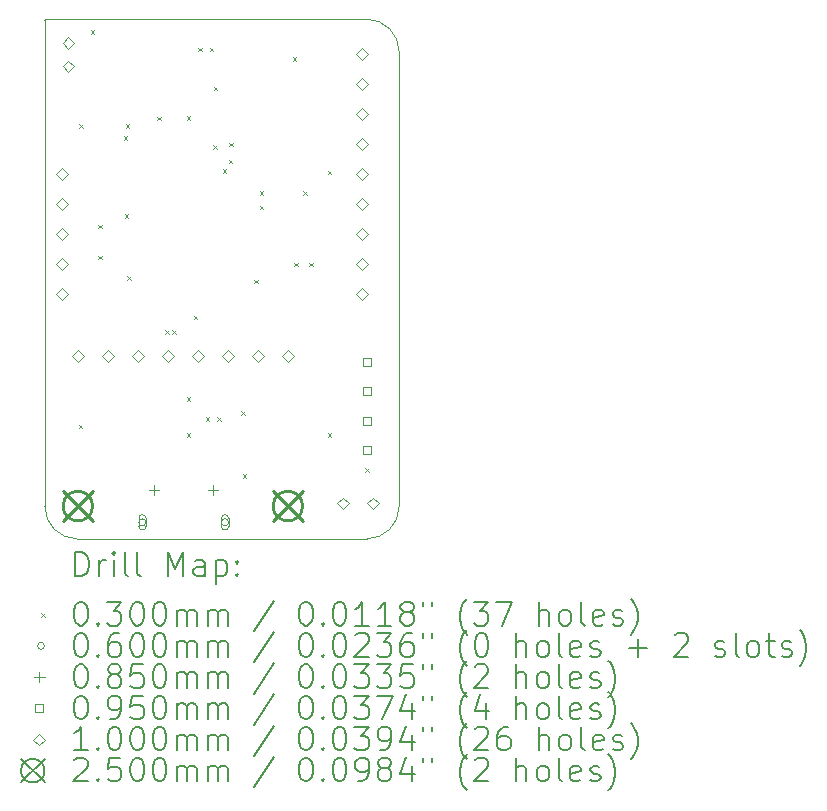
<source format=gbr>
%TF.GenerationSoftware,KiCad,Pcbnew,9.0.0*%
%TF.CreationDate,2025-03-18T22:56:01-07:00*%
%TF.ProjectId,timingGatesSTM32V1,74696d69-6e67-4476-9174-657353544d33,rev?*%
%TF.SameCoordinates,Original*%
%TF.FileFunction,Drillmap*%
%TF.FilePolarity,Positive*%
%FSLAX45Y45*%
G04 Gerber Fmt 4.5, Leading zero omitted, Abs format (unit mm)*
G04 Created by KiCad (PCBNEW 9.0.0) date 2025-03-18 22:56:01*
%MOMM*%
%LPD*%
G01*
G04 APERTURE LIST*
%ADD10C,0.050000*%
%ADD11C,0.200000*%
%ADD12C,0.100000*%
%ADD13C,0.250000*%
G04 APERTURE END LIST*
D10*
X6324000Y-8524000D02*
G75*
G02*
X6334000Y-8514000I10000J0D01*
G01*
X9049000Y-12914000D02*
X6599000Y-12914000D01*
X6324000Y-12639000D02*
X6324000Y-8524000D01*
X9324000Y-8789000D02*
X9324000Y-12639000D01*
X6334000Y-8514000D02*
X9049000Y-8514000D01*
X9324000Y-12639000D02*
G75*
G02*
X9049000Y-12914000I-275000J0D01*
G01*
X9049000Y-8514000D02*
G75*
G02*
X9324000Y-8789000I0J-275000D01*
G01*
X6599000Y-12914000D02*
G75*
G02*
X6324000Y-12639000I0J275000D01*
G01*
D11*
D12*
X6610000Y-11946000D02*
X6640000Y-11976000D01*
X6640000Y-11946000D02*
X6610000Y-11976000D01*
X6615000Y-9404000D02*
X6645000Y-9434000D01*
X6645000Y-9404000D02*
X6615000Y-9434000D01*
X6713000Y-8607000D02*
X6743000Y-8637000D01*
X6743000Y-8607000D02*
X6713000Y-8637000D01*
X6775000Y-10255000D02*
X6805000Y-10285000D01*
X6805000Y-10255000D02*
X6775000Y-10285000D01*
X6775000Y-10515000D02*
X6805000Y-10545000D01*
X6805000Y-10515000D02*
X6775000Y-10545000D01*
X6990935Y-9504500D02*
X7020935Y-9534500D01*
X7020935Y-9504500D02*
X6990935Y-9534500D01*
X7000018Y-10164500D02*
X7030018Y-10194500D01*
X7030018Y-10164500D02*
X7000018Y-10194500D01*
X7007500Y-9404500D02*
X7037500Y-9434500D01*
X7037500Y-9404500D02*
X7007500Y-9434500D01*
X7020548Y-10691935D02*
X7050548Y-10721935D01*
X7050548Y-10691935D02*
X7020548Y-10721935D01*
X7274000Y-9340000D02*
X7304000Y-9370000D01*
X7304000Y-9340000D02*
X7274000Y-9370000D01*
X7345000Y-11145000D02*
X7375000Y-11175000D01*
X7375000Y-11145000D02*
X7345000Y-11175000D01*
X7405000Y-11145000D02*
X7435000Y-11175000D01*
X7435000Y-11145000D02*
X7405000Y-11175000D01*
X7524500Y-9335000D02*
X7554500Y-9365000D01*
X7554500Y-9335000D02*
X7524500Y-9365000D01*
X7525000Y-11715000D02*
X7555000Y-11745000D01*
X7555000Y-11715000D02*
X7525000Y-11745000D01*
X7525000Y-12020000D02*
X7555000Y-12050000D01*
X7555000Y-12020000D02*
X7525000Y-12050000D01*
X7584500Y-11025647D02*
X7614500Y-11055647D01*
X7614500Y-11025647D02*
X7584500Y-11055647D01*
X7625000Y-8755000D02*
X7655000Y-8785000D01*
X7655000Y-8755000D02*
X7625000Y-8785000D01*
X7685000Y-11885000D02*
X7715000Y-11915000D01*
X7715000Y-11885000D02*
X7685000Y-11915000D01*
X7721000Y-8755000D02*
X7751000Y-8785000D01*
X7751000Y-8755000D02*
X7721000Y-8785000D01*
X7747926Y-9582927D02*
X7777926Y-9612927D01*
X7777926Y-9582927D02*
X7747926Y-9612927D01*
X7755306Y-9085306D02*
X7785306Y-9115306D01*
X7785306Y-9085306D02*
X7755306Y-9115306D01*
X7785000Y-11885000D02*
X7815000Y-11915000D01*
X7815000Y-11885000D02*
X7785000Y-11915000D01*
X7829500Y-9784000D02*
X7859500Y-9814000D01*
X7859500Y-9784000D02*
X7829500Y-9814000D01*
X7883000Y-9702000D02*
X7913000Y-9732000D01*
X7913000Y-9702000D02*
X7883000Y-9732000D01*
X7885000Y-9559000D02*
X7915000Y-9589000D01*
X7915000Y-9559000D02*
X7885000Y-9589000D01*
X7985000Y-11835000D02*
X8015000Y-11865000D01*
X8015000Y-11835000D02*
X7985000Y-11865000D01*
X7999000Y-12367000D02*
X8029000Y-12397000D01*
X8029000Y-12367000D02*
X7999000Y-12397000D01*
X8096470Y-10720000D02*
X8126470Y-10750000D01*
X8126470Y-10720000D02*
X8096470Y-10750000D01*
X8143828Y-9970909D02*
X8173828Y-10000909D01*
X8173828Y-9970909D02*
X8143828Y-10000909D01*
X8144468Y-10094486D02*
X8174468Y-10124486D01*
X8174468Y-10094486D02*
X8144468Y-10124486D01*
X8423500Y-8836000D02*
X8453500Y-8866000D01*
X8453500Y-8836000D02*
X8423500Y-8866000D01*
X8435000Y-10575000D02*
X8465000Y-10605000D01*
X8465000Y-10575000D02*
X8435000Y-10605000D01*
X8511574Y-9970909D02*
X8541574Y-10000909D01*
X8541574Y-9970909D02*
X8511574Y-10000909D01*
X8562000Y-10575000D02*
X8592000Y-10605000D01*
X8592000Y-10575000D02*
X8562000Y-10605000D01*
X8720000Y-12020000D02*
X8750000Y-12050000D01*
X8750000Y-12020000D02*
X8720000Y-12050000D01*
X8720640Y-9795360D02*
X8750640Y-9825360D01*
X8750640Y-9795360D02*
X8720640Y-9825360D01*
X9037000Y-12315000D02*
X9067000Y-12345000D01*
X9067000Y-12315000D02*
X9037000Y-12345000D01*
X7180000Y-12773750D02*
G75*
G02*
X7120000Y-12773750I-30000J0D01*
G01*
X7120000Y-12773750D02*
G75*
G02*
X7180000Y-12773750I30000J0D01*
G01*
X7180000Y-12808750D02*
X7180000Y-12738750D01*
X7120000Y-12738750D02*
G75*
G02*
X7180000Y-12738750I30000J0D01*
G01*
X7120000Y-12738750D02*
X7120000Y-12808750D01*
X7120000Y-12808750D02*
G75*
G03*
X7180000Y-12808750I30000J0D01*
G01*
X7880000Y-12773750D02*
G75*
G02*
X7820000Y-12773750I-30000J0D01*
G01*
X7820000Y-12773750D02*
G75*
G02*
X7880000Y-12773750I30000J0D01*
G01*
X7820000Y-12738750D02*
X7820000Y-12808750D01*
X7880000Y-12808750D02*
G75*
G02*
X7820000Y-12808750I-30000J0D01*
G01*
X7880000Y-12808750D02*
X7880000Y-12738750D01*
X7880000Y-12738750D02*
G75*
G03*
X7820000Y-12738750I-30000J0D01*
G01*
X7250000Y-12461250D02*
X7250000Y-12546250D01*
X7207500Y-12503750D02*
X7292500Y-12503750D01*
X7750000Y-12461250D02*
X7750000Y-12546250D01*
X7707500Y-12503750D02*
X7792500Y-12503750D01*
X9085588Y-11447588D02*
X9085588Y-11380412D01*
X9018412Y-11380412D01*
X9018412Y-11447588D01*
X9085588Y-11447588D01*
X9085588Y-11697588D02*
X9085588Y-11630412D01*
X9018412Y-11630412D01*
X9018412Y-11697588D01*
X9085588Y-11697588D01*
X9085588Y-11947588D02*
X9085588Y-11880412D01*
X9018412Y-11880412D01*
X9018412Y-11947588D01*
X9085588Y-11947588D01*
X9085588Y-12197588D02*
X9085588Y-12130412D01*
X9018412Y-12130412D01*
X9018412Y-12197588D01*
X9085588Y-12197588D01*
X6466980Y-9877700D02*
X6516980Y-9827700D01*
X6466980Y-9777700D01*
X6416980Y-9827700D01*
X6466980Y-9877700D01*
X6466980Y-10131700D02*
X6516980Y-10081700D01*
X6466980Y-10031700D01*
X6416980Y-10081700D01*
X6466980Y-10131700D01*
X6466980Y-10385700D02*
X6516980Y-10335700D01*
X6466980Y-10285700D01*
X6416980Y-10335700D01*
X6466980Y-10385700D01*
X6466980Y-10639700D02*
X6516980Y-10589700D01*
X6466980Y-10539700D01*
X6416980Y-10589700D01*
X6466980Y-10639700D01*
X6466980Y-10893700D02*
X6516980Y-10843700D01*
X6466980Y-10793700D01*
X6416980Y-10843700D01*
X6466980Y-10893700D01*
X6524000Y-8764000D02*
X6574000Y-8714000D01*
X6524000Y-8664000D01*
X6474000Y-8714000D01*
X6524000Y-8764000D01*
X6524000Y-8964000D02*
X6574000Y-8914000D01*
X6524000Y-8864000D01*
X6474000Y-8914000D01*
X6524000Y-8964000D01*
X6604000Y-11416000D02*
X6654000Y-11366000D01*
X6604000Y-11316000D01*
X6554000Y-11366000D01*
X6604000Y-11416000D01*
X6858000Y-11416000D02*
X6908000Y-11366000D01*
X6858000Y-11316000D01*
X6808000Y-11366000D01*
X6858000Y-11416000D01*
X7112000Y-11416000D02*
X7162000Y-11366000D01*
X7112000Y-11316000D01*
X7062000Y-11366000D01*
X7112000Y-11416000D01*
X7366000Y-11416000D02*
X7416000Y-11366000D01*
X7366000Y-11316000D01*
X7316000Y-11366000D01*
X7366000Y-11416000D01*
X7620000Y-11416000D02*
X7670000Y-11366000D01*
X7620000Y-11316000D01*
X7570000Y-11366000D01*
X7620000Y-11416000D01*
X7874000Y-11416000D02*
X7924000Y-11366000D01*
X7874000Y-11316000D01*
X7824000Y-11366000D01*
X7874000Y-11416000D01*
X8128000Y-11416000D02*
X8178000Y-11366000D01*
X8128000Y-11316000D01*
X8078000Y-11366000D01*
X8128000Y-11416000D01*
X8382000Y-11416000D02*
X8432000Y-11366000D01*
X8382000Y-11316000D01*
X8332000Y-11366000D01*
X8382000Y-11416000D01*
X8850000Y-12664000D02*
X8900000Y-12614000D01*
X8850000Y-12564000D01*
X8800000Y-12614000D01*
X8850000Y-12664000D01*
X9006980Y-8861700D02*
X9056980Y-8811700D01*
X9006980Y-8761700D01*
X8956980Y-8811700D01*
X9006980Y-8861700D01*
X9006980Y-9115700D02*
X9056980Y-9065700D01*
X9006980Y-9015700D01*
X8956980Y-9065700D01*
X9006980Y-9115700D01*
X9006980Y-9369700D02*
X9056980Y-9319700D01*
X9006980Y-9269700D01*
X8956980Y-9319700D01*
X9006980Y-9369700D01*
X9006980Y-9623700D02*
X9056980Y-9573700D01*
X9006980Y-9523700D01*
X8956980Y-9573700D01*
X9006980Y-9623700D01*
X9006980Y-9877700D02*
X9056980Y-9827700D01*
X9006980Y-9777700D01*
X8956980Y-9827700D01*
X9006980Y-9877700D01*
X9006980Y-10131700D02*
X9056980Y-10081700D01*
X9006980Y-10031700D01*
X8956980Y-10081700D01*
X9006980Y-10131700D01*
X9006980Y-10385700D02*
X9056980Y-10335700D01*
X9006980Y-10285700D01*
X8956980Y-10335700D01*
X9006980Y-10385700D01*
X9006980Y-10639700D02*
X9056980Y-10589700D01*
X9006980Y-10539700D01*
X8956980Y-10589700D01*
X9006980Y-10639700D01*
X9006980Y-10893700D02*
X9056980Y-10843700D01*
X9006980Y-10793700D01*
X8956980Y-10843700D01*
X9006980Y-10893700D01*
X9104000Y-12664000D02*
X9154000Y-12614000D01*
X9104000Y-12564000D01*
X9054000Y-12614000D01*
X9104000Y-12664000D01*
D13*
X6479000Y-12511000D02*
X6729000Y-12761000D01*
X6729000Y-12511000D02*
X6479000Y-12761000D01*
X6729000Y-12636000D02*
G75*
G02*
X6479000Y-12636000I-125000J0D01*
G01*
X6479000Y-12636000D02*
G75*
G02*
X6729000Y-12636000I125000J0D01*
G01*
X8257000Y-12511000D02*
X8507000Y-12761000D01*
X8507000Y-12511000D02*
X8257000Y-12761000D01*
X8507000Y-12636000D02*
G75*
G02*
X8257000Y-12636000I-125000J0D01*
G01*
X8257000Y-12636000D02*
G75*
G02*
X8507000Y-12636000I125000J0D01*
G01*
D11*
X6582277Y-13227984D02*
X6582277Y-13027984D01*
X6582277Y-13027984D02*
X6629896Y-13027984D01*
X6629896Y-13027984D02*
X6658467Y-13037508D01*
X6658467Y-13037508D02*
X6677515Y-13056555D01*
X6677515Y-13056555D02*
X6687039Y-13075603D01*
X6687039Y-13075603D02*
X6696562Y-13113698D01*
X6696562Y-13113698D02*
X6696562Y-13142269D01*
X6696562Y-13142269D02*
X6687039Y-13180365D01*
X6687039Y-13180365D02*
X6677515Y-13199412D01*
X6677515Y-13199412D02*
X6658467Y-13218460D01*
X6658467Y-13218460D02*
X6629896Y-13227984D01*
X6629896Y-13227984D02*
X6582277Y-13227984D01*
X6782277Y-13227984D02*
X6782277Y-13094650D01*
X6782277Y-13132746D02*
X6791801Y-13113698D01*
X6791801Y-13113698D02*
X6801324Y-13104174D01*
X6801324Y-13104174D02*
X6820372Y-13094650D01*
X6820372Y-13094650D02*
X6839420Y-13094650D01*
X6906086Y-13227984D02*
X6906086Y-13094650D01*
X6906086Y-13027984D02*
X6896562Y-13037508D01*
X6896562Y-13037508D02*
X6906086Y-13047031D01*
X6906086Y-13047031D02*
X6915610Y-13037508D01*
X6915610Y-13037508D02*
X6906086Y-13027984D01*
X6906086Y-13027984D02*
X6906086Y-13047031D01*
X7029896Y-13227984D02*
X7010848Y-13218460D01*
X7010848Y-13218460D02*
X7001324Y-13199412D01*
X7001324Y-13199412D02*
X7001324Y-13027984D01*
X7134658Y-13227984D02*
X7115610Y-13218460D01*
X7115610Y-13218460D02*
X7106086Y-13199412D01*
X7106086Y-13199412D02*
X7106086Y-13027984D01*
X7363229Y-13227984D02*
X7363229Y-13027984D01*
X7363229Y-13027984D02*
X7429896Y-13170841D01*
X7429896Y-13170841D02*
X7496562Y-13027984D01*
X7496562Y-13027984D02*
X7496562Y-13227984D01*
X7677515Y-13227984D02*
X7677515Y-13123222D01*
X7677515Y-13123222D02*
X7667991Y-13104174D01*
X7667991Y-13104174D02*
X7648943Y-13094650D01*
X7648943Y-13094650D02*
X7610848Y-13094650D01*
X7610848Y-13094650D02*
X7591801Y-13104174D01*
X7677515Y-13218460D02*
X7658467Y-13227984D01*
X7658467Y-13227984D02*
X7610848Y-13227984D01*
X7610848Y-13227984D02*
X7591801Y-13218460D01*
X7591801Y-13218460D02*
X7582277Y-13199412D01*
X7582277Y-13199412D02*
X7582277Y-13180365D01*
X7582277Y-13180365D02*
X7591801Y-13161317D01*
X7591801Y-13161317D02*
X7610848Y-13151793D01*
X7610848Y-13151793D02*
X7658467Y-13151793D01*
X7658467Y-13151793D02*
X7677515Y-13142269D01*
X7772753Y-13094650D02*
X7772753Y-13294650D01*
X7772753Y-13104174D02*
X7791801Y-13094650D01*
X7791801Y-13094650D02*
X7829896Y-13094650D01*
X7829896Y-13094650D02*
X7848943Y-13104174D01*
X7848943Y-13104174D02*
X7858467Y-13113698D01*
X7858467Y-13113698D02*
X7867991Y-13132746D01*
X7867991Y-13132746D02*
X7867991Y-13189888D01*
X7867991Y-13189888D02*
X7858467Y-13208936D01*
X7858467Y-13208936D02*
X7848943Y-13218460D01*
X7848943Y-13218460D02*
X7829896Y-13227984D01*
X7829896Y-13227984D02*
X7791801Y-13227984D01*
X7791801Y-13227984D02*
X7772753Y-13218460D01*
X7953705Y-13208936D02*
X7963229Y-13218460D01*
X7963229Y-13218460D02*
X7953705Y-13227984D01*
X7953705Y-13227984D02*
X7944182Y-13218460D01*
X7944182Y-13218460D02*
X7953705Y-13208936D01*
X7953705Y-13208936D02*
X7953705Y-13227984D01*
X7953705Y-13104174D02*
X7963229Y-13113698D01*
X7963229Y-13113698D02*
X7953705Y-13123222D01*
X7953705Y-13123222D02*
X7944182Y-13113698D01*
X7944182Y-13113698D02*
X7953705Y-13104174D01*
X7953705Y-13104174D02*
X7953705Y-13123222D01*
D12*
X6291500Y-13541500D02*
X6321500Y-13571500D01*
X6321500Y-13541500D02*
X6291500Y-13571500D01*
D11*
X6620372Y-13447984D02*
X6639420Y-13447984D01*
X6639420Y-13447984D02*
X6658467Y-13457508D01*
X6658467Y-13457508D02*
X6667991Y-13467031D01*
X6667991Y-13467031D02*
X6677515Y-13486079D01*
X6677515Y-13486079D02*
X6687039Y-13524174D01*
X6687039Y-13524174D02*
X6687039Y-13571793D01*
X6687039Y-13571793D02*
X6677515Y-13609888D01*
X6677515Y-13609888D02*
X6667991Y-13628936D01*
X6667991Y-13628936D02*
X6658467Y-13638460D01*
X6658467Y-13638460D02*
X6639420Y-13647984D01*
X6639420Y-13647984D02*
X6620372Y-13647984D01*
X6620372Y-13647984D02*
X6601324Y-13638460D01*
X6601324Y-13638460D02*
X6591801Y-13628936D01*
X6591801Y-13628936D02*
X6582277Y-13609888D01*
X6582277Y-13609888D02*
X6572753Y-13571793D01*
X6572753Y-13571793D02*
X6572753Y-13524174D01*
X6572753Y-13524174D02*
X6582277Y-13486079D01*
X6582277Y-13486079D02*
X6591801Y-13467031D01*
X6591801Y-13467031D02*
X6601324Y-13457508D01*
X6601324Y-13457508D02*
X6620372Y-13447984D01*
X6772753Y-13628936D02*
X6782277Y-13638460D01*
X6782277Y-13638460D02*
X6772753Y-13647984D01*
X6772753Y-13647984D02*
X6763229Y-13638460D01*
X6763229Y-13638460D02*
X6772753Y-13628936D01*
X6772753Y-13628936D02*
X6772753Y-13647984D01*
X6848943Y-13447984D02*
X6972753Y-13447984D01*
X6972753Y-13447984D02*
X6906086Y-13524174D01*
X6906086Y-13524174D02*
X6934658Y-13524174D01*
X6934658Y-13524174D02*
X6953705Y-13533698D01*
X6953705Y-13533698D02*
X6963229Y-13543222D01*
X6963229Y-13543222D02*
X6972753Y-13562269D01*
X6972753Y-13562269D02*
X6972753Y-13609888D01*
X6972753Y-13609888D02*
X6963229Y-13628936D01*
X6963229Y-13628936D02*
X6953705Y-13638460D01*
X6953705Y-13638460D02*
X6934658Y-13647984D01*
X6934658Y-13647984D02*
X6877515Y-13647984D01*
X6877515Y-13647984D02*
X6858467Y-13638460D01*
X6858467Y-13638460D02*
X6848943Y-13628936D01*
X7096562Y-13447984D02*
X7115610Y-13447984D01*
X7115610Y-13447984D02*
X7134658Y-13457508D01*
X7134658Y-13457508D02*
X7144182Y-13467031D01*
X7144182Y-13467031D02*
X7153705Y-13486079D01*
X7153705Y-13486079D02*
X7163229Y-13524174D01*
X7163229Y-13524174D02*
X7163229Y-13571793D01*
X7163229Y-13571793D02*
X7153705Y-13609888D01*
X7153705Y-13609888D02*
X7144182Y-13628936D01*
X7144182Y-13628936D02*
X7134658Y-13638460D01*
X7134658Y-13638460D02*
X7115610Y-13647984D01*
X7115610Y-13647984D02*
X7096562Y-13647984D01*
X7096562Y-13647984D02*
X7077515Y-13638460D01*
X7077515Y-13638460D02*
X7067991Y-13628936D01*
X7067991Y-13628936D02*
X7058467Y-13609888D01*
X7058467Y-13609888D02*
X7048943Y-13571793D01*
X7048943Y-13571793D02*
X7048943Y-13524174D01*
X7048943Y-13524174D02*
X7058467Y-13486079D01*
X7058467Y-13486079D02*
X7067991Y-13467031D01*
X7067991Y-13467031D02*
X7077515Y-13457508D01*
X7077515Y-13457508D02*
X7096562Y-13447984D01*
X7287039Y-13447984D02*
X7306086Y-13447984D01*
X7306086Y-13447984D02*
X7325134Y-13457508D01*
X7325134Y-13457508D02*
X7334658Y-13467031D01*
X7334658Y-13467031D02*
X7344182Y-13486079D01*
X7344182Y-13486079D02*
X7353705Y-13524174D01*
X7353705Y-13524174D02*
X7353705Y-13571793D01*
X7353705Y-13571793D02*
X7344182Y-13609888D01*
X7344182Y-13609888D02*
X7334658Y-13628936D01*
X7334658Y-13628936D02*
X7325134Y-13638460D01*
X7325134Y-13638460D02*
X7306086Y-13647984D01*
X7306086Y-13647984D02*
X7287039Y-13647984D01*
X7287039Y-13647984D02*
X7267991Y-13638460D01*
X7267991Y-13638460D02*
X7258467Y-13628936D01*
X7258467Y-13628936D02*
X7248943Y-13609888D01*
X7248943Y-13609888D02*
X7239420Y-13571793D01*
X7239420Y-13571793D02*
X7239420Y-13524174D01*
X7239420Y-13524174D02*
X7248943Y-13486079D01*
X7248943Y-13486079D02*
X7258467Y-13467031D01*
X7258467Y-13467031D02*
X7267991Y-13457508D01*
X7267991Y-13457508D02*
X7287039Y-13447984D01*
X7439420Y-13647984D02*
X7439420Y-13514650D01*
X7439420Y-13533698D02*
X7448943Y-13524174D01*
X7448943Y-13524174D02*
X7467991Y-13514650D01*
X7467991Y-13514650D02*
X7496563Y-13514650D01*
X7496563Y-13514650D02*
X7515610Y-13524174D01*
X7515610Y-13524174D02*
X7525134Y-13543222D01*
X7525134Y-13543222D02*
X7525134Y-13647984D01*
X7525134Y-13543222D02*
X7534658Y-13524174D01*
X7534658Y-13524174D02*
X7553705Y-13514650D01*
X7553705Y-13514650D02*
X7582277Y-13514650D01*
X7582277Y-13514650D02*
X7601324Y-13524174D01*
X7601324Y-13524174D02*
X7610848Y-13543222D01*
X7610848Y-13543222D02*
X7610848Y-13647984D01*
X7706086Y-13647984D02*
X7706086Y-13514650D01*
X7706086Y-13533698D02*
X7715610Y-13524174D01*
X7715610Y-13524174D02*
X7734658Y-13514650D01*
X7734658Y-13514650D02*
X7763229Y-13514650D01*
X7763229Y-13514650D02*
X7782277Y-13524174D01*
X7782277Y-13524174D02*
X7791801Y-13543222D01*
X7791801Y-13543222D02*
X7791801Y-13647984D01*
X7791801Y-13543222D02*
X7801324Y-13524174D01*
X7801324Y-13524174D02*
X7820372Y-13514650D01*
X7820372Y-13514650D02*
X7848943Y-13514650D01*
X7848943Y-13514650D02*
X7867991Y-13524174D01*
X7867991Y-13524174D02*
X7877515Y-13543222D01*
X7877515Y-13543222D02*
X7877515Y-13647984D01*
X8267991Y-13438460D02*
X8096563Y-13695603D01*
X8525134Y-13447984D02*
X8544182Y-13447984D01*
X8544182Y-13447984D02*
X8563229Y-13457508D01*
X8563229Y-13457508D02*
X8572753Y-13467031D01*
X8572753Y-13467031D02*
X8582277Y-13486079D01*
X8582277Y-13486079D02*
X8591801Y-13524174D01*
X8591801Y-13524174D02*
X8591801Y-13571793D01*
X8591801Y-13571793D02*
X8582277Y-13609888D01*
X8582277Y-13609888D02*
X8572753Y-13628936D01*
X8572753Y-13628936D02*
X8563229Y-13638460D01*
X8563229Y-13638460D02*
X8544182Y-13647984D01*
X8544182Y-13647984D02*
X8525134Y-13647984D01*
X8525134Y-13647984D02*
X8506087Y-13638460D01*
X8506087Y-13638460D02*
X8496563Y-13628936D01*
X8496563Y-13628936D02*
X8487039Y-13609888D01*
X8487039Y-13609888D02*
X8477515Y-13571793D01*
X8477515Y-13571793D02*
X8477515Y-13524174D01*
X8477515Y-13524174D02*
X8487039Y-13486079D01*
X8487039Y-13486079D02*
X8496563Y-13467031D01*
X8496563Y-13467031D02*
X8506087Y-13457508D01*
X8506087Y-13457508D02*
X8525134Y-13447984D01*
X8677515Y-13628936D02*
X8687039Y-13638460D01*
X8687039Y-13638460D02*
X8677515Y-13647984D01*
X8677515Y-13647984D02*
X8667991Y-13638460D01*
X8667991Y-13638460D02*
X8677515Y-13628936D01*
X8677515Y-13628936D02*
X8677515Y-13647984D01*
X8810848Y-13447984D02*
X8829896Y-13447984D01*
X8829896Y-13447984D02*
X8848944Y-13457508D01*
X8848944Y-13457508D02*
X8858468Y-13467031D01*
X8858468Y-13467031D02*
X8867991Y-13486079D01*
X8867991Y-13486079D02*
X8877515Y-13524174D01*
X8877515Y-13524174D02*
X8877515Y-13571793D01*
X8877515Y-13571793D02*
X8867991Y-13609888D01*
X8867991Y-13609888D02*
X8858468Y-13628936D01*
X8858468Y-13628936D02*
X8848944Y-13638460D01*
X8848944Y-13638460D02*
X8829896Y-13647984D01*
X8829896Y-13647984D02*
X8810848Y-13647984D01*
X8810848Y-13647984D02*
X8791801Y-13638460D01*
X8791801Y-13638460D02*
X8782277Y-13628936D01*
X8782277Y-13628936D02*
X8772753Y-13609888D01*
X8772753Y-13609888D02*
X8763229Y-13571793D01*
X8763229Y-13571793D02*
X8763229Y-13524174D01*
X8763229Y-13524174D02*
X8772753Y-13486079D01*
X8772753Y-13486079D02*
X8782277Y-13467031D01*
X8782277Y-13467031D02*
X8791801Y-13457508D01*
X8791801Y-13457508D02*
X8810848Y-13447984D01*
X9067991Y-13647984D02*
X8953706Y-13647984D01*
X9010848Y-13647984D02*
X9010848Y-13447984D01*
X9010848Y-13447984D02*
X8991801Y-13476555D01*
X8991801Y-13476555D02*
X8972753Y-13495603D01*
X8972753Y-13495603D02*
X8953706Y-13505127D01*
X9258468Y-13647984D02*
X9144182Y-13647984D01*
X9201325Y-13647984D02*
X9201325Y-13447984D01*
X9201325Y-13447984D02*
X9182277Y-13476555D01*
X9182277Y-13476555D02*
X9163229Y-13495603D01*
X9163229Y-13495603D02*
X9144182Y-13505127D01*
X9372753Y-13533698D02*
X9353706Y-13524174D01*
X9353706Y-13524174D02*
X9344182Y-13514650D01*
X9344182Y-13514650D02*
X9334658Y-13495603D01*
X9334658Y-13495603D02*
X9334658Y-13486079D01*
X9334658Y-13486079D02*
X9344182Y-13467031D01*
X9344182Y-13467031D02*
X9353706Y-13457508D01*
X9353706Y-13457508D02*
X9372753Y-13447984D01*
X9372753Y-13447984D02*
X9410849Y-13447984D01*
X9410849Y-13447984D02*
X9429896Y-13457508D01*
X9429896Y-13457508D02*
X9439420Y-13467031D01*
X9439420Y-13467031D02*
X9448944Y-13486079D01*
X9448944Y-13486079D02*
X9448944Y-13495603D01*
X9448944Y-13495603D02*
X9439420Y-13514650D01*
X9439420Y-13514650D02*
X9429896Y-13524174D01*
X9429896Y-13524174D02*
X9410849Y-13533698D01*
X9410849Y-13533698D02*
X9372753Y-13533698D01*
X9372753Y-13533698D02*
X9353706Y-13543222D01*
X9353706Y-13543222D02*
X9344182Y-13552746D01*
X9344182Y-13552746D02*
X9334658Y-13571793D01*
X9334658Y-13571793D02*
X9334658Y-13609888D01*
X9334658Y-13609888D02*
X9344182Y-13628936D01*
X9344182Y-13628936D02*
X9353706Y-13638460D01*
X9353706Y-13638460D02*
X9372753Y-13647984D01*
X9372753Y-13647984D02*
X9410849Y-13647984D01*
X9410849Y-13647984D02*
X9429896Y-13638460D01*
X9429896Y-13638460D02*
X9439420Y-13628936D01*
X9439420Y-13628936D02*
X9448944Y-13609888D01*
X9448944Y-13609888D02*
X9448944Y-13571793D01*
X9448944Y-13571793D02*
X9439420Y-13552746D01*
X9439420Y-13552746D02*
X9429896Y-13543222D01*
X9429896Y-13543222D02*
X9410849Y-13533698D01*
X9525134Y-13447984D02*
X9525134Y-13486079D01*
X9601325Y-13447984D02*
X9601325Y-13486079D01*
X9896563Y-13724174D02*
X9887039Y-13714650D01*
X9887039Y-13714650D02*
X9867991Y-13686079D01*
X9867991Y-13686079D02*
X9858468Y-13667031D01*
X9858468Y-13667031D02*
X9848944Y-13638460D01*
X9848944Y-13638460D02*
X9839420Y-13590841D01*
X9839420Y-13590841D02*
X9839420Y-13552746D01*
X9839420Y-13552746D02*
X9848944Y-13505127D01*
X9848944Y-13505127D02*
X9858468Y-13476555D01*
X9858468Y-13476555D02*
X9867991Y-13457508D01*
X9867991Y-13457508D02*
X9887039Y-13428936D01*
X9887039Y-13428936D02*
X9896563Y-13419412D01*
X9953706Y-13447984D02*
X10077515Y-13447984D01*
X10077515Y-13447984D02*
X10010849Y-13524174D01*
X10010849Y-13524174D02*
X10039420Y-13524174D01*
X10039420Y-13524174D02*
X10058468Y-13533698D01*
X10058468Y-13533698D02*
X10067991Y-13543222D01*
X10067991Y-13543222D02*
X10077515Y-13562269D01*
X10077515Y-13562269D02*
X10077515Y-13609888D01*
X10077515Y-13609888D02*
X10067991Y-13628936D01*
X10067991Y-13628936D02*
X10058468Y-13638460D01*
X10058468Y-13638460D02*
X10039420Y-13647984D01*
X10039420Y-13647984D02*
X9982277Y-13647984D01*
X9982277Y-13647984D02*
X9963230Y-13638460D01*
X9963230Y-13638460D02*
X9953706Y-13628936D01*
X10144182Y-13447984D02*
X10277515Y-13447984D01*
X10277515Y-13447984D02*
X10191801Y-13647984D01*
X10506087Y-13647984D02*
X10506087Y-13447984D01*
X10591801Y-13647984D02*
X10591801Y-13543222D01*
X10591801Y-13543222D02*
X10582277Y-13524174D01*
X10582277Y-13524174D02*
X10563230Y-13514650D01*
X10563230Y-13514650D02*
X10534658Y-13514650D01*
X10534658Y-13514650D02*
X10515611Y-13524174D01*
X10515611Y-13524174D02*
X10506087Y-13533698D01*
X10715611Y-13647984D02*
X10696563Y-13638460D01*
X10696563Y-13638460D02*
X10687039Y-13628936D01*
X10687039Y-13628936D02*
X10677515Y-13609888D01*
X10677515Y-13609888D02*
X10677515Y-13552746D01*
X10677515Y-13552746D02*
X10687039Y-13533698D01*
X10687039Y-13533698D02*
X10696563Y-13524174D01*
X10696563Y-13524174D02*
X10715611Y-13514650D01*
X10715611Y-13514650D02*
X10744182Y-13514650D01*
X10744182Y-13514650D02*
X10763230Y-13524174D01*
X10763230Y-13524174D02*
X10772753Y-13533698D01*
X10772753Y-13533698D02*
X10782277Y-13552746D01*
X10782277Y-13552746D02*
X10782277Y-13609888D01*
X10782277Y-13609888D02*
X10772753Y-13628936D01*
X10772753Y-13628936D02*
X10763230Y-13638460D01*
X10763230Y-13638460D02*
X10744182Y-13647984D01*
X10744182Y-13647984D02*
X10715611Y-13647984D01*
X10896563Y-13647984D02*
X10877515Y-13638460D01*
X10877515Y-13638460D02*
X10867992Y-13619412D01*
X10867992Y-13619412D02*
X10867992Y-13447984D01*
X11048944Y-13638460D02*
X11029896Y-13647984D01*
X11029896Y-13647984D02*
X10991801Y-13647984D01*
X10991801Y-13647984D02*
X10972753Y-13638460D01*
X10972753Y-13638460D02*
X10963230Y-13619412D01*
X10963230Y-13619412D02*
X10963230Y-13543222D01*
X10963230Y-13543222D02*
X10972753Y-13524174D01*
X10972753Y-13524174D02*
X10991801Y-13514650D01*
X10991801Y-13514650D02*
X11029896Y-13514650D01*
X11029896Y-13514650D02*
X11048944Y-13524174D01*
X11048944Y-13524174D02*
X11058468Y-13543222D01*
X11058468Y-13543222D02*
X11058468Y-13562269D01*
X11058468Y-13562269D02*
X10963230Y-13581317D01*
X11134658Y-13638460D02*
X11153706Y-13647984D01*
X11153706Y-13647984D02*
X11191801Y-13647984D01*
X11191801Y-13647984D02*
X11210849Y-13638460D01*
X11210849Y-13638460D02*
X11220372Y-13619412D01*
X11220372Y-13619412D02*
X11220372Y-13609888D01*
X11220372Y-13609888D02*
X11210849Y-13590841D01*
X11210849Y-13590841D02*
X11191801Y-13581317D01*
X11191801Y-13581317D02*
X11163230Y-13581317D01*
X11163230Y-13581317D02*
X11144182Y-13571793D01*
X11144182Y-13571793D02*
X11134658Y-13552746D01*
X11134658Y-13552746D02*
X11134658Y-13543222D01*
X11134658Y-13543222D02*
X11144182Y-13524174D01*
X11144182Y-13524174D02*
X11163230Y-13514650D01*
X11163230Y-13514650D02*
X11191801Y-13514650D01*
X11191801Y-13514650D02*
X11210849Y-13524174D01*
X11287039Y-13724174D02*
X11296563Y-13714650D01*
X11296563Y-13714650D02*
X11315611Y-13686079D01*
X11315611Y-13686079D02*
X11325134Y-13667031D01*
X11325134Y-13667031D02*
X11334658Y-13638460D01*
X11334658Y-13638460D02*
X11344182Y-13590841D01*
X11344182Y-13590841D02*
X11344182Y-13552746D01*
X11344182Y-13552746D02*
X11334658Y-13505127D01*
X11334658Y-13505127D02*
X11325134Y-13476555D01*
X11325134Y-13476555D02*
X11315611Y-13457508D01*
X11315611Y-13457508D02*
X11296563Y-13428936D01*
X11296563Y-13428936D02*
X11287039Y-13419412D01*
D12*
X6321500Y-13820500D02*
G75*
G02*
X6261500Y-13820500I-30000J0D01*
G01*
X6261500Y-13820500D02*
G75*
G02*
X6321500Y-13820500I30000J0D01*
G01*
D11*
X6620372Y-13711984D02*
X6639420Y-13711984D01*
X6639420Y-13711984D02*
X6658467Y-13721508D01*
X6658467Y-13721508D02*
X6667991Y-13731031D01*
X6667991Y-13731031D02*
X6677515Y-13750079D01*
X6677515Y-13750079D02*
X6687039Y-13788174D01*
X6687039Y-13788174D02*
X6687039Y-13835793D01*
X6687039Y-13835793D02*
X6677515Y-13873888D01*
X6677515Y-13873888D02*
X6667991Y-13892936D01*
X6667991Y-13892936D02*
X6658467Y-13902460D01*
X6658467Y-13902460D02*
X6639420Y-13911984D01*
X6639420Y-13911984D02*
X6620372Y-13911984D01*
X6620372Y-13911984D02*
X6601324Y-13902460D01*
X6601324Y-13902460D02*
X6591801Y-13892936D01*
X6591801Y-13892936D02*
X6582277Y-13873888D01*
X6582277Y-13873888D02*
X6572753Y-13835793D01*
X6572753Y-13835793D02*
X6572753Y-13788174D01*
X6572753Y-13788174D02*
X6582277Y-13750079D01*
X6582277Y-13750079D02*
X6591801Y-13731031D01*
X6591801Y-13731031D02*
X6601324Y-13721508D01*
X6601324Y-13721508D02*
X6620372Y-13711984D01*
X6772753Y-13892936D02*
X6782277Y-13902460D01*
X6782277Y-13902460D02*
X6772753Y-13911984D01*
X6772753Y-13911984D02*
X6763229Y-13902460D01*
X6763229Y-13902460D02*
X6772753Y-13892936D01*
X6772753Y-13892936D02*
X6772753Y-13911984D01*
X6953705Y-13711984D02*
X6915610Y-13711984D01*
X6915610Y-13711984D02*
X6896562Y-13721508D01*
X6896562Y-13721508D02*
X6887039Y-13731031D01*
X6887039Y-13731031D02*
X6867991Y-13759603D01*
X6867991Y-13759603D02*
X6858467Y-13797698D01*
X6858467Y-13797698D02*
X6858467Y-13873888D01*
X6858467Y-13873888D02*
X6867991Y-13892936D01*
X6867991Y-13892936D02*
X6877515Y-13902460D01*
X6877515Y-13902460D02*
X6896562Y-13911984D01*
X6896562Y-13911984D02*
X6934658Y-13911984D01*
X6934658Y-13911984D02*
X6953705Y-13902460D01*
X6953705Y-13902460D02*
X6963229Y-13892936D01*
X6963229Y-13892936D02*
X6972753Y-13873888D01*
X6972753Y-13873888D02*
X6972753Y-13826269D01*
X6972753Y-13826269D02*
X6963229Y-13807222D01*
X6963229Y-13807222D02*
X6953705Y-13797698D01*
X6953705Y-13797698D02*
X6934658Y-13788174D01*
X6934658Y-13788174D02*
X6896562Y-13788174D01*
X6896562Y-13788174D02*
X6877515Y-13797698D01*
X6877515Y-13797698D02*
X6867991Y-13807222D01*
X6867991Y-13807222D02*
X6858467Y-13826269D01*
X7096562Y-13711984D02*
X7115610Y-13711984D01*
X7115610Y-13711984D02*
X7134658Y-13721508D01*
X7134658Y-13721508D02*
X7144182Y-13731031D01*
X7144182Y-13731031D02*
X7153705Y-13750079D01*
X7153705Y-13750079D02*
X7163229Y-13788174D01*
X7163229Y-13788174D02*
X7163229Y-13835793D01*
X7163229Y-13835793D02*
X7153705Y-13873888D01*
X7153705Y-13873888D02*
X7144182Y-13892936D01*
X7144182Y-13892936D02*
X7134658Y-13902460D01*
X7134658Y-13902460D02*
X7115610Y-13911984D01*
X7115610Y-13911984D02*
X7096562Y-13911984D01*
X7096562Y-13911984D02*
X7077515Y-13902460D01*
X7077515Y-13902460D02*
X7067991Y-13892936D01*
X7067991Y-13892936D02*
X7058467Y-13873888D01*
X7058467Y-13873888D02*
X7048943Y-13835793D01*
X7048943Y-13835793D02*
X7048943Y-13788174D01*
X7048943Y-13788174D02*
X7058467Y-13750079D01*
X7058467Y-13750079D02*
X7067991Y-13731031D01*
X7067991Y-13731031D02*
X7077515Y-13721508D01*
X7077515Y-13721508D02*
X7096562Y-13711984D01*
X7287039Y-13711984D02*
X7306086Y-13711984D01*
X7306086Y-13711984D02*
X7325134Y-13721508D01*
X7325134Y-13721508D02*
X7334658Y-13731031D01*
X7334658Y-13731031D02*
X7344182Y-13750079D01*
X7344182Y-13750079D02*
X7353705Y-13788174D01*
X7353705Y-13788174D02*
X7353705Y-13835793D01*
X7353705Y-13835793D02*
X7344182Y-13873888D01*
X7344182Y-13873888D02*
X7334658Y-13892936D01*
X7334658Y-13892936D02*
X7325134Y-13902460D01*
X7325134Y-13902460D02*
X7306086Y-13911984D01*
X7306086Y-13911984D02*
X7287039Y-13911984D01*
X7287039Y-13911984D02*
X7267991Y-13902460D01*
X7267991Y-13902460D02*
X7258467Y-13892936D01*
X7258467Y-13892936D02*
X7248943Y-13873888D01*
X7248943Y-13873888D02*
X7239420Y-13835793D01*
X7239420Y-13835793D02*
X7239420Y-13788174D01*
X7239420Y-13788174D02*
X7248943Y-13750079D01*
X7248943Y-13750079D02*
X7258467Y-13731031D01*
X7258467Y-13731031D02*
X7267991Y-13721508D01*
X7267991Y-13721508D02*
X7287039Y-13711984D01*
X7439420Y-13911984D02*
X7439420Y-13778650D01*
X7439420Y-13797698D02*
X7448943Y-13788174D01*
X7448943Y-13788174D02*
X7467991Y-13778650D01*
X7467991Y-13778650D02*
X7496563Y-13778650D01*
X7496563Y-13778650D02*
X7515610Y-13788174D01*
X7515610Y-13788174D02*
X7525134Y-13807222D01*
X7525134Y-13807222D02*
X7525134Y-13911984D01*
X7525134Y-13807222D02*
X7534658Y-13788174D01*
X7534658Y-13788174D02*
X7553705Y-13778650D01*
X7553705Y-13778650D02*
X7582277Y-13778650D01*
X7582277Y-13778650D02*
X7601324Y-13788174D01*
X7601324Y-13788174D02*
X7610848Y-13807222D01*
X7610848Y-13807222D02*
X7610848Y-13911984D01*
X7706086Y-13911984D02*
X7706086Y-13778650D01*
X7706086Y-13797698D02*
X7715610Y-13788174D01*
X7715610Y-13788174D02*
X7734658Y-13778650D01*
X7734658Y-13778650D02*
X7763229Y-13778650D01*
X7763229Y-13778650D02*
X7782277Y-13788174D01*
X7782277Y-13788174D02*
X7791801Y-13807222D01*
X7791801Y-13807222D02*
X7791801Y-13911984D01*
X7791801Y-13807222D02*
X7801324Y-13788174D01*
X7801324Y-13788174D02*
X7820372Y-13778650D01*
X7820372Y-13778650D02*
X7848943Y-13778650D01*
X7848943Y-13778650D02*
X7867991Y-13788174D01*
X7867991Y-13788174D02*
X7877515Y-13807222D01*
X7877515Y-13807222D02*
X7877515Y-13911984D01*
X8267991Y-13702460D02*
X8096563Y-13959603D01*
X8525134Y-13711984D02*
X8544182Y-13711984D01*
X8544182Y-13711984D02*
X8563229Y-13721508D01*
X8563229Y-13721508D02*
X8572753Y-13731031D01*
X8572753Y-13731031D02*
X8582277Y-13750079D01*
X8582277Y-13750079D02*
X8591801Y-13788174D01*
X8591801Y-13788174D02*
X8591801Y-13835793D01*
X8591801Y-13835793D02*
X8582277Y-13873888D01*
X8582277Y-13873888D02*
X8572753Y-13892936D01*
X8572753Y-13892936D02*
X8563229Y-13902460D01*
X8563229Y-13902460D02*
X8544182Y-13911984D01*
X8544182Y-13911984D02*
X8525134Y-13911984D01*
X8525134Y-13911984D02*
X8506087Y-13902460D01*
X8506087Y-13902460D02*
X8496563Y-13892936D01*
X8496563Y-13892936D02*
X8487039Y-13873888D01*
X8487039Y-13873888D02*
X8477515Y-13835793D01*
X8477515Y-13835793D02*
X8477515Y-13788174D01*
X8477515Y-13788174D02*
X8487039Y-13750079D01*
X8487039Y-13750079D02*
X8496563Y-13731031D01*
X8496563Y-13731031D02*
X8506087Y-13721508D01*
X8506087Y-13721508D02*
X8525134Y-13711984D01*
X8677515Y-13892936D02*
X8687039Y-13902460D01*
X8687039Y-13902460D02*
X8677515Y-13911984D01*
X8677515Y-13911984D02*
X8667991Y-13902460D01*
X8667991Y-13902460D02*
X8677515Y-13892936D01*
X8677515Y-13892936D02*
X8677515Y-13911984D01*
X8810848Y-13711984D02*
X8829896Y-13711984D01*
X8829896Y-13711984D02*
X8848944Y-13721508D01*
X8848944Y-13721508D02*
X8858468Y-13731031D01*
X8858468Y-13731031D02*
X8867991Y-13750079D01*
X8867991Y-13750079D02*
X8877515Y-13788174D01*
X8877515Y-13788174D02*
X8877515Y-13835793D01*
X8877515Y-13835793D02*
X8867991Y-13873888D01*
X8867991Y-13873888D02*
X8858468Y-13892936D01*
X8858468Y-13892936D02*
X8848944Y-13902460D01*
X8848944Y-13902460D02*
X8829896Y-13911984D01*
X8829896Y-13911984D02*
X8810848Y-13911984D01*
X8810848Y-13911984D02*
X8791801Y-13902460D01*
X8791801Y-13902460D02*
X8782277Y-13892936D01*
X8782277Y-13892936D02*
X8772753Y-13873888D01*
X8772753Y-13873888D02*
X8763229Y-13835793D01*
X8763229Y-13835793D02*
X8763229Y-13788174D01*
X8763229Y-13788174D02*
X8772753Y-13750079D01*
X8772753Y-13750079D02*
X8782277Y-13731031D01*
X8782277Y-13731031D02*
X8791801Y-13721508D01*
X8791801Y-13721508D02*
X8810848Y-13711984D01*
X8953706Y-13731031D02*
X8963229Y-13721508D01*
X8963229Y-13721508D02*
X8982277Y-13711984D01*
X8982277Y-13711984D02*
X9029896Y-13711984D01*
X9029896Y-13711984D02*
X9048944Y-13721508D01*
X9048944Y-13721508D02*
X9058468Y-13731031D01*
X9058468Y-13731031D02*
X9067991Y-13750079D01*
X9067991Y-13750079D02*
X9067991Y-13769127D01*
X9067991Y-13769127D02*
X9058468Y-13797698D01*
X9058468Y-13797698D02*
X8944182Y-13911984D01*
X8944182Y-13911984D02*
X9067991Y-13911984D01*
X9134658Y-13711984D02*
X9258468Y-13711984D01*
X9258468Y-13711984D02*
X9191801Y-13788174D01*
X9191801Y-13788174D02*
X9220372Y-13788174D01*
X9220372Y-13788174D02*
X9239420Y-13797698D01*
X9239420Y-13797698D02*
X9248944Y-13807222D01*
X9248944Y-13807222D02*
X9258468Y-13826269D01*
X9258468Y-13826269D02*
X9258468Y-13873888D01*
X9258468Y-13873888D02*
X9248944Y-13892936D01*
X9248944Y-13892936D02*
X9239420Y-13902460D01*
X9239420Y-13902460D02*
X9220372Y-13911984D01*
X9220372Y-13911984D02*
X9163229Y-13911984D01*
X9163229Y-13911984D02*
X9144182Y-13902460D01*
X9144182Y-13902460D02*
X9134658Y-13892936D01*
X9429896Y-13711984D02*
X9391801Y-13711984D01*
X9391801Y-13711984D02*
X9372753Y-13721508D01*
X9372753Y-13721508D02*
X9363229Y-13731031D01*
X9363229Y-13731031D02*
X9344182Y-13759603D01*
X9344182Y-13759603D02*
X9334658Y-13797698D01*
X9334658Y-13797698D02*
X9334658Y-13873888D01*
X9334658Y-13873888D02*
X9344182Y-13892936D01*
X9344182Y-13892936D02*
X9353706Y-13902460D01*
X9353706Y-13902460D02*
X9372753Y-13911984D01*
X9372753Y-13911984D02*
X9410849Y-13911984D01*
X9410849Y-13911984D02*
X9429896Y-13902460D01*
X9429896Y-13902460D02*
X9439420Y-13892936D01*
X9439420Y-13892936D02*
X9448944Y-13873888D01*
X9448944Y-13873888D02*
X9448944Y-13826269D01*
X9448944Y-13826269D02*
X9439420Y-13807222D01*
X9439420Y-13807222D02*
X9429896Y-13797698D01*
X9429896Y-13797698D02*
X9410849Y-13788174D01*
X9410849Y-13788174D02*
X9372753Y-13788174D01*
X9372753Y-13788174D02*
X9353706Y-13797698D01*
X9353706Y-13797698D02*
X9344182Y-13807222D01*
X9344182Y-13807222D02*
X9334658Y-13826269D01*
X9525134Y-13711984D02*
X9525134Y-13750079D01*
X9601325Y-13711984D02*
X9601325Y-13750079D01*
X9896563Y-13988174D02*
X9887039Y-13978650D01*
X9887039Y-13978650D02*
X9867991Y-13950079D01*
X9867991Y-13950079D02*
X9858468Y-13931031D01*
X9858468Y-13931031D02*
X9848944Y-13902460D01*
X9848944Y-13902460D02*
X9839420Y-13854841D01*
X9839420Y-13854841D02*
X9839420Y-13816746D01*
X9839420Y-13816746D02*
X9848944Y-13769127D01*
X9848944Y-13769127D02*
X9858468Y-13740555D01*
X9858468Y-13740555D02*
X9867991Y-13721508D01*
X9867991Y-13721508D02*
X9887039Y-13692936D01*
X9887039Y-13692936D02*
X9896563Y-13683412D01*
X10010849Y-13711984D02*
X10029896Y-13711984D01*
X10029896Y-13711984D02*
X10048944Y-13721508D01*
X10048944Y-13721508D02*
X10058468Y-13731031D01*
X10058468Y-13731031D02*
X10067991Y-13750079D01*
X10067991Y-13750079D02*
X10077515Y-13788174D01*
X10077515Y-13788174D02*
X10077515Y-13835793D01*
X10077515Y-13835793D02*
X10067991Y-13873888D01*
X10067991Y-13873888D02*
X10058468Y-13892936D01*
X10058468Y-13892936D02*
X10048944Y-13902460D01*
X10048944Y-13902460D02*
X10029896Y-13911984D01*
X10029896Y-13911984D02*
X10010849Y-13911984D01*
X10010849Y-13911984D02*
X9991801Y-13902460D01*
X9991801Y-13902460D02*
X9982277Y-13892936D01*
X9982277Y-13892936D02*
X9972753Y-13873888D01*
X9972753Y-13873888D02*
X9963230Y-13835793D01*
X9963230Y-13835793D02*
X9963230Y-13788174D01*
X9963230Y-13788174D02*
X9972753Y-13750079D01*
X9972753Y-13750079D02*
X9982277Y-13731031D01*
X9982277Y-13731031D02*
X9991801Y-13721508D01*
X9991801Y-13721508D02*
X10010849Y-13711984D01*
X10315611Y-13911984D02*
X10315611Y-13711984D01*
X10401325Y-13911984D02*
X10401325Y-13807222D01*
X10401325Y-13807222D02*
X10391801Y-13788174D01*
X10391801Y-13788174D02*
X10372753Y-13778650D01*
X10372753Y-13778650D02*
X10344182Y-13778650D01*
X10344182Y-13778650D02*
X10325134Y-13788174D01*
X10325134Y-13788174D02*
X10315611Y-13797698D01*
X10525134Y-13911984D02*
X10506087Y-13902460D01*
X10506087Y-13902460D02*
X10496563Y-13892936D01*
X10496563Y-13892936D02*
X10487039Y-13873888D01*
X10487039Y-13873888D02*
X10487039Y-13816746D01*
X10487039Y-13816746D02*
X10496563Y-13797698D01*
X10496563Y-13797698D02*
X10506087Y-13788174D01*
X10506087Y-13788174D02*
X10525134Y-13778650D01*
X10525134Y-13778650D02*
X10553706Y-13778650D01*
X10553706Y-13778650D02*
X10572753Y-13788174D01*
X10572753Y-13788174D02*
X10582277Y-13797698D01*
X10582277Y-13797698D02*
X10591801Y-13816746D01*
X10591801Y-13816746D02*
X10591801Y-13873888D01*
X10591801Y-13873888D02*
X10582277Y-13892936D01*
X10582277Y-13892936D02*
X10572753Y-13902460D01*
X10572753Y-13902460D02*
X10553706Y-13911984D01*
X10553706Y-13911984D02*
X10525134Y-13911984D01*
X10706087Y-13911984D02*
X10687039Y-13902460D01*
X10687039Y-13902460D02*
X10677515Y-13883412D01*
X10677515Y-13883412D02*
X10677515Y-13711984D01*
X10858468Y-13902460D02*
X10839420Y-13911984D01*
X10839420Y-13911984D02*
X10801325Y-13911984D01*
X10801325Y-13911984D02*
X10782277Y-13902460D01*
X10782277Y-13902460D02*
X10772753Y-13883412D01*
X10772753Y-13883412D02*
X10772753Y-13807222D01*
X10772753Y-13807222D02*
X10782277Y-13788174D01*
X10782277Y-13788174D02*
X10801325Y-13778650D01*
X10801325Y-13778650D02*
X10839420Y-13778650D01*
X10839420Y-13778650D02*
X10858468Y-13788174D01*
X10858468Y-13788174D02*
X10867992Y-13807222D01*
X10867992Y-13807222D02*
X10867992Y-13826269D01*
X10867992Y-13826269D02*
X10772753Y-13845317D01*
X10944182Y-13902460D02*
X10963230Y-13911984D01*
X10963230Y-13911984D02*
X11001325Y-13911984D01*
X11001325Y-13911984D02*
X11020373Y-13902460D01*
X11020373Y-13902460D02*
X11029896Y-13883412D01*
X11029896Y-13883412D02*
X11029896Y-13873888D01*
X11029896Y-13873888D02*
X11020373Y-13854841D01*
X11020373Y-13854841D02*
X11001325Y-13845317D01*
X11001325Y-13845317D02*
X10972753Y-13845317D01*
X10972753Y-13845317D02*
X10953706Y-13835793D01*
X10953706Y-13835793D02*
X10944182Y-13816746D01*
X10944182Y-13816746D02*
X10944182Y-13807222D01*
X10944182Y-13807222D02*
X10953706Y-13788174D01*
X10953706Y-13788174D02*
X10972753Y-13778650D01*
X10972753Y-13778650D02*
X11001325Y-13778650D01*
X11001325Y-13778650D02*
X11020373Y-13788174D01*
X11267992Y-13835793D02*
X11420373Y-13835793D01*
X11344182Y-13911984D02*
X11344182Y-13759603D01*
X11658468Y-13731031D02*
X11667992Y-13721508D01*
X11667992Y-13721508D02*
X11687039Y-13711984D01*
X11687039Y-13711984D02*
X11734658Y-13711984D01*
X11734658Y-13711984D02*
X11753706Y-13721508D01*
X11753706Y-13721508D02*
X11763230Y-13731031D01*
X11763230Y-13731031D02*
X11772753Y-13750079D01*
X11772753Y-13750079D02*
X11772753Y-13769127D01*
X11772753Y-13769127D02*
X11763230Y-13797698D01*
X11763230Y-13797698D02*
X11648944Y-13911984D01*
X11648944Y-13911984D02*
X11772753Y-13911984D01*
X12001325Y-13902460D02*
X12020373Y-13911984D01*
X12020373Y-13911984D02*
X12058468Y-13911984D01*
X12058468Y-13911984D02*
X12077515Y-13902460D01*
X12077515Y-13902460D02*
X12087039Y-13883412D01*
X12087039Y-13883412D02*
X12087039Y-13873888D01*
X12087039Y-13873888D02*
X12077515Y-13854841D01*
X12077515Y-13854841D02*
X12058468Y-13845317D01*
X12058468Y-13845317D02*
X12029896Y-13845317D01*
X12029896Y-13845317D02*
X12010849Y-13835793D01*
X12010849Y-13835793D02*
X12001325Y-13816746D01*
X12001325Y-13816746D02*
X12001325Y-13807222D01*
X12001325Y-13807222D02*
X12010849Y-13788174D01*
X12010849Y-13788174D02*
X12029896Y-13778650D01*
X12029896Y-13778650D02*
X12058468Y-13778650D01*
X12058468Y-13778650D02*
X12077515Y-13788174D01*
X12201325Y-13911984D02*
X12182277Y-13902460D01*
X12182277Y-13902460D02*
X12172754Y-13883412D01*
X12172754Y-13883412D02*
X12172754Y-13711984D01*
X12306087Y-13911984D02*
X12287039Y-13902460D01*
X12287039Y-13902460D02*
X12277515Y-13892936D01*
X12277515Y-13892936D02*
X12267992Y-13873888D01*
X12267992Y-13873888D02*
X12267992Y-13816746D01*
X12267992Y-13816746D02*
X12277515Y-13797698D01*
X12277515Y-13797698D02*
X12287039Y-13788174D01*
X12287039Y-13788174D02*
X12306087Y-13778650D01*
X12306087Y-13778650D02*
X12334658Y-13778650D01*
X12334658Y-13778650D02*
X12353706Y-13788174D01*
X12353706Y-13788174D02*
X12363230Y-13797698D01*
X12363230Y-13797698D02*
X12372754Y-13816746D01*
X12372754Y-13816746D02*
X12372754Y-13873888D01*
X12372754Y-13873888D02*
X12363230Y-13892936D01*
X12363230Y-13892936D02*
X12353706Y-13902460D01*
X12353706Y-13902460D02*
X12334658Y-13911984D01*
X12334658Y-13911984D02*
X12306087Y-13911984D01*
X12429896Y-13778650D02*
X12506087Y-13778650D01*
X12458468Y-13711984D02*
X12458468Y-13883412D01*
X12458468Y-13883412D02*
X12467992Y-13902460D01*
X12467992Y-13902460D02*
X12487039Y-13911984D01*
X12487039Y-13911984D02*
X12506087Y-13911984D01*
X12563230Y-13902460D02*
X12582277Y-13911984D01*
X12582277Y-13911984D02*
X12620373Y-13911984D01*
X12620373Y-13911984D02*
X12639420Y-13902460D01*
X12639420Y-13902460D02*
X12648944Y-13883412D01*
X12648944Y-13883412D02*
X12648944Y-13873888D01*
X12648944Y-13873888D02*
X12639420Y-13854841D01*
X12639420Y-13854841D02*
X12620373Y-13845317D01*
X12620373Y-13845317D02*
X12591801Y-13845317D01*
X12591801Y-13845317D02*
X12572754Y-13835793D01*
X12572754Y-13835793D02*
X12563230Y-13816746D01*
X12563230Y-13816746D02*
X12563230Y-13807222D01*
X12563230Y-13807222D02*
X12572754Y-13788174D01*
X12572754Y-13788174D02*
X12591801Y-13778650D01*
X12591801Y-13778650D02*
X12620373Y-13778650D01*
X12620373Y-13778650D02*
X12639420Y-13788174D01*
X12715611Y-13988174D02*
X12725135Y-13978650D01*
X12725135Y-13978650D02*
X12744182Y-13950079D01*
X12744182Y-13950079D02*
X12753706Y-13931031D01*
X12753706Y-13931031D02*
X12763230Y-13902460D01*
X12763230Y-13902460D02*
X12772754Y-13854841D01*
X12772754Y-13854841D02*
X12772754Y-13816746D01*
X12772754Y-13816746D02*
X12763230Y-13769127D01*
X12763230Y-13769127D02*
X12753706Y-13740555D01*
X12753706Y-13740555D02*
X12744182Y-13721508D01*
X12744182Y-13721508D02*
X12725135Y-13692936D01*
X12725135Y-13692936D02*
X12715611Y-13683412D01*
D12*
X6279000Y-14042000D02*
X6279000Y-14127000D01*
X6236500Y-14084500D02*
X6321500Y-14084500D01*
D11*
X6620372Y-13975984D02*
X6639420Y-13975984D01*
X6639420Y-13975984D02*
X6658467Y-13985508D01*
X6658467Y-13985508D02*
X6667991Y-13995031D01*
X6667991Y-13995031D02*
X6677515Y-14014079D01*
X6677515Y-14014079D02*
X6687039Y-14052174D01*
X6687039Y-14052174D02*
X6687039Y-14099793D01*
X6687039Y-14099793D02*
X6677515Y-14137888D01*
X6677515Y-14137888D02*
X6667991Y-14156936D01*
X6667991Y-14156936D02*
X6658467Y-14166460D01*
X6658467Y-14166460D02*
X6639420Y-14175984D01*
X6639420Y-14175984D02*
X6620372Y-14175984D01*
X6620372Y-14175984D02*
X6601324Y-14166460D01*
X6601324Y-14166460D02*
X6591801Y-14156936D01*
X6591801Y-14156936D02*
X6582277Y-14137888D01*
X6582277Y-14137888D02*
X6572753Y-14099793D01*
X6572753Y-14099793D02*
X6572753Y-14052174D01*
X6572753Y-14052174D02*
X6582277Y-14014079D01*
X6582277Y-14014079D02*
X6591801Y-13995031D01*
X6591801Y-13995031D02*
X6601324Y-13985508D01*
X6601324Y-13985508D02*
X6620372Y-13975984D01*
X6772753Y-14156936D02*
X6782277Y-14166460D01*
X6782277Y-14166460D02*
X6772753Y-14175984D01*
X6772753Y-14175984D02*
X6763229Y-14166460D01*
X6763229Y-14166460D02*
X6772753Y-14156936D01*
X6772753Y-14156936D02*
X6772753Y-14175984D01*
X6896562Y-14061698D02*
X6877515Y-14052174D01*
X6877515Y-14052174D02*
X6867991Y-14042650D01*
X6867991Y-14042650D02*
X6858467Y-14023603D01*
X6858467Y-14023603D02*
X6858467Y-14014079D01*
X6858467Y-14014079D02*
X6867991Y-13995031D01*
X6867991Y-13995031D02*
X6877515Y-13985508D01*
X6877515Y-13985508D02*
X6896562Y-13975984D01*
X6896562Y-13975984D02*
X6934658Y-13975984D01*
X6934658Y-13975984D02*
X6953705Y-13985508D01*
X6953705Y-13985508D02*
X6963229Y-13995031D01*
X6963229Y-13995031D02*
X6972753Y-14014079D01*
X6972753Y-14014079D02*
X6972753Y-14023603D01*
X6972753Y-14023603D02*
X6963229Y-14042650D01*
X6963229Y-14042650D02*
X6953705Y-14052174D01*
X6953705Y-14052174D02*
X6934658Y-14061698D01*
X6934658Y-14061698D02*
X6896562Y-14061698D01*
X6896562Y-14061698D02*
X6877515Y-14071222D01*
X6877515Y-14071222D02*
X6867991Y-14080746D01*
X6867991Y-14080746D02*
X6858467Y-14099793D01*
X6858467Y-14099793D02*
X6858467Y-14137888D01*
X6858467Y-14137888D02*
X6867991Y-14156936D01*
X6867991Y-14156936D02*
X6877515Y-14166460D01*
X6877515Y-14166460D02*
X6896562Y-14175984D01*
X6896562Y-14175984D02*
X6934658Y-14175984D01*
X6934658Y-14175984D02*
X6953705Y-14166460D01*
X6953705Y-14166460D02*
X6963229Y-14156936D01*
X6963229Y-14156936D02*
X6972753Y-14137888D01*
X6972753Y-14137888D02*
X6972753Y-14099793D01*
X6972753Y-14099793D02*
X6963229Y-14080746D01*
X6963229Y-14080746D02*
X6953705Y-14071222D01*
X6953705Y-14071222D02*
X6934658Y-14061698D01*
X7153705Y-13975984D02*
X7058467Y-13975984D01*
X7058467Y-13975984D02*
X7048943Y-14071222D01*
X7048943Y-14071222D02*
X7058467Y-14061698D01*
X7058467Y-14061698D02*
X7077515Y-14052174D01*
X7077515Y-14052174D02*
X7125134Y-14052174D01*
X7125134Y-14052174D02*
X7144182Y-14061698D01*
X7144182Y-14061698D02*
X7153705Y-14071222D01*
X7153705Y-14071222D02*
X7163229Y-14090269D01*
X7163229Y-14090269D02*
X7163229Y-14137888D01*
X7163229Y-14137888D02*
X7153705Y-14156936D01*
X7153705Y-14156936D02*
X7144182Y-14166460D01*
X7144182Y-14166460D02*
X7125134Y-14175984D01*
X7125134Y-14175984D02*
X7077515Y-14175984D01*
X7077515Y-14175984D02*
X7058467Y-14166460D01*
X7058467Y-14166460D02*
X7048943Y-14156936D01*
X7287039Y-13975984D02*
X7306086Y-13975984D01*
X7306086Y-13975984D02*
X7325134Y-13985508D01*
X7325134Y-13985508D02*
X7334658Y-13995031D01*
X7334658Y-13995031D02*
X7344182Y-14014079D01*
X7344182Y-14014079D02*
X7353705Y-14052174D01*
X7353705Y-14052174D02*
X7353705Y-14099793D01*
X7353705Y-14099793D02*
X7344182Y-14137888D01*
X7344182Y-14137888D02*
X7334658Y-14156936D01*
X7334658Y-14156936D02*
X7325134Y-14166460D01*
X7325134Y-14166460D02*
X7306086Y-14175984D01*
X7306086Y-14175984D02*
X7287039Y-14175984D01*
X7287039Y-14175984D02*
X7267991Y-14166460D01*
X7267991Y-14166460D02*
X7258467Y-14156936D01*
X7258467Y-14156936D02*
X7248943Y-14137888D01*
X7248943Y-14137888D02*
X7239420Y-14099793D01*
X7239420Y-14099793D02*
X7239420Y-14052174D01*
X7239420Y-14052174D02*
X7248943Y-14014079D01*
X7248943Y-14014079D02*
X7258467Y-13995031D01*
X7258467Y-13995031D02*
X7267991Y-13985508D01*
X7267991Y-13985508D02*
X7287039Y-13975984D01*
X7439420Y-14175984D02*
X7439420Y-14042650D01*
X7439420Y-14061698D02*
X7448943Y-14052174D01*
X7448943Y-14052174D02*
X7467991Y-14042650D01*
X7467991Y-14042650D02*
X7496563Y-14042650D01*
X7496563Y-14042650D02*
X7515610Y-14052174D01*
X7515610Y-14052174D02*
X7525134Y-14071222D01*
X7525134Y-14071222D02*
X7525134Y-14175984D01*
X7525134Y-14071222D02*
X7534658Y-14052174D01*
X7534658Y-14052174D02*
X7553705Y-14042650D01*
X7553705Y-14042650D02*
X7582277Y-14042650D01*
X7582277Y-14042650D02*
X7601324Y-14052174D01*
X7601324Y-14052174D02*
X7610848Y-14071222D01*
X7610848Y-14071222D02*
X7610848Y-14175984D01*
X7706086Y-14175984D02*
X7706086Y-14042650D01*
X7706086Y-14061698D02*
X7715610Y-14052174D01*
X7715610Y-14052174D02*
X7734658Y-14042650D01*
X7734658Y-14042650D02*
X7763229Y-14042650D01*
X7763229Y-14042650D02*
X7782277Y-14052174D01*
X7782277Y-14052174D02*
X7791801Y-14071222D01*
X7791801Y-14071222D02*
X7791801Y-14175984D01*
X7791801Y-14071222D02*
X7801324Y-14052174D01*
X7801324Y-14052174D02*
X7820372Y-14042650D01*
X7820372Y-14042650D02*
X7848943Y-14042650D01*
X7848943Y-14042650D02*
X7867991Y-14052174D01*
X7867991Y-14052174D02*
X7877515Y-14071222D01*
X7877515Y-14071222D02*
X7877515Y-14175984D01*
X8267991Y-13966460D02*
X8096563Y-14223603D01*
X8525134Y-13975984D02*
X8544182Y-13975984D01*
X8544182Y-13975984D02*
X8563229Y-13985508D01*
X8563229Y-13985508D02*
X8572753Y-13995031D01*
X8572753Y-13995031D02*
X8582277Y-14014079D01*
X8582277Y-14014079D02*
X8591801Y-14052174D01*
X8591801Y-14052174D02*
X8591801Y-14099793D01*
X8591801Y-14099793D02*
X8582277Y-14137888D01*
X8582277Y-14137888D02*
X8572753Y-14156936D01*
X8572753Y-14156936D02*
X8563229Y-14166460D01*
X8563229Y-14166460D02*
X8544182Y-14175984D01*
X8544182Y-14175984D02*
X8525134Y-14175984D01*
X8525134Y-14175984D02*
X8506087Y-14166460D01*
X8506087Y-14166460D02*
X8496563Y-14156936D01*
X8496563Y-14156936D02*
X8487039Y-14137888D01*
X8487039Y-14137888D02*
X8477515Y-14099793D01*
X8477515Y-14099793D02*
X8477515Y-14052174D01*
X8477515Y-14052174D02*
X8487039Y-14014079D01*
X8487039Y-14014079D02*
X8496563Y-13995031D01*
X8496563Y-13995031D02*
X8506087Y-13985508D01*
X8506087Y-13985508D02*
X8525134Y-13975984D01*
X8677515Y-14156936D02*
X8687039Y-14166460D01*
X8687039Y-14166460D02*
X8677515Y-14175984D01*
X8677515Y-14175984D02*
X8667991Y-14166460D01*
X8667991Y-14166460D02*
X8677515Y-14156936D01*
X8677515Y-14156936D02*
X8677515Y-14175984D01*
X8810848Y-13975984D02*
X8829896Y-13975984D01*
X8829896Y-13975984D02*
X8848944Y-13985508D01*
X8848944Y-13985508D02*
X8858468Y-13995031D01*
X8858468Y-13995031D02*
X8867991Y-14014079D01*
X8867991Y-14014079D02*
X8877515Y-14052174D01*
X8877515Y-14052174D02*
X8877515Y-14099793D01*
X8877515Y-14099793D02*
X8867991Y-14137888D01*
X8867991Y-14137888D02*
X8858468Y-14156936D01*
X8858468Y-14156936D02*
X8848944Y-14166460D01*
X8848944Y-14166460D02*
X8829896Y-14175984D01*
X8829896Y-14175984D02*
X8810848Y-14175984D01*
X8810848Y-14175984D02*
X8791801Y-14166460D01*
X8791801Y-14166460D02*
X8782277Y-14156936D01*
X8782277Y-14156936D02*
X8772753Y-14137888D01*
X8772753Y-14137888D02*
X8763229Y-14099793D01*
X8763229Y-14099793D02*
X8763229Y-14052174D01*
X8763229Y-14052174D02*
X8772753Y-14014079D01*
X8772753Y-14014079D02*
X8782277Y-13995031D01*
X8782277Y-13995031D02*
X8791801Y-13985508D01*
X8791801Y-13985508D02*
X8810848Y-13975984D01*
X8944182Y-13975984D02*
X9067991Y-13975984D01*
X9067991Y-13975984D02*
X9001325Y-14052174D01*
X9001325Y-14052174D02*
X9029896Y-14052174D01*
X9029896Y-14052174D02*
X9048944Y-14061698D01*
X9048944Y-14061698D02*
X9058468Y-14071222D01*
X9058468Y-14071222D02*
X9067991Y-14090269D01*
X9067991Y-14090269D02*
X9067991Y-14137888D01*
X9067991Y-14137888D02*
X9058468Y-14156936D01*
X9058468Y-14156936D02*
X9048944Y-14166460D01*
X9048944Y-14166460D02*
X9029896Y-14175984D01*
X9029896Y-14175984D02*
X8972753Y-14175984D01*
X8972753Y-14175984D02*
X8953706Y-14166460D01*
X8953706Y-14166460D02*
X8944182Y-14156936D01*
X9134658Y-13975984D02*
X9258468Y-13975984D01*
X9258468Y-13975984D02*
X9191801Y-14052174D01*
X9191801Y-14052174D02*
X9220372Y-14052174D01*
X9220372Y-14052174D02*
X9239420Y-14061698D01*
X9239420Y-14061698D02*
X9248944Y-14071222D01*
X9248944Y-14071222D02*
X9258468Y-14090269D01*
X9258468Y-14090269D02*
X9258468Y-14137888D01*
X9258468Y-14137888D02*
X9248944Y-14156936D01*
X9248944Y-14156936D02*
X9239420Y-14166460D01*
X9239420Y-14166460D02*
X9220372Y-14175984D01*
X9220372Y-14175984D02*
X9163229Y-14175984D01*
X9163229Y-14175984D02*
X9144182Y-14166460D01*
X9144182Y-14166460D02*
X9134658Y-14156936D01*
X9439420Y-13975984D02*
X9344182Y-13975984D01*
X9344182Y-13975984D02*
X9334658Y-14071222D01*
X9334658Y-14071222D02*
X9344182Y-14061698D01*
X9344182Y-14061698D02*
X9363229Y-14052174D01*
X9363229Y-14052174D02*
X9410849Y-14052174D01*
X9410849Y-14052174D02*
X9429896Y-14061698D01*
X9429896Y-14061698D02*
X9439420Y-14071222D01*
X9439420Y-14071222D02*
X9448944Y-14090269D01*
X9448944Y-14090269D02*
X9448944Y-14137888D01*
X9448944Y-14137888D02*
X9439420Y-14156936D01*
X9439420Y-14156936D02*
X9429896Y-14166460D01*
X9429896Y-14166460D02*
X9410849Y-14175984D01*
X9410849Y-14175984D02*
X9363229Y-14175984D01*
X9363229Y-14175984D02*
X9344182Y-14166460D01*
X9344182Y-14166460D02*
X9334658Y-14156936D01*
X9525134Y-13975984D02*
X9525134Y-14014079D01*
X9601325Y-13975984D02*
X9601325Y-14014079D01*
X9896563Y-14252174D02*
X9887039Y-14242650D01*
X9887039Y-14242650D02*
X9867991Y-14214079D01*
X9867991Y-14214079D02*
X9858468Y-14195031D01*
X9858468Y-14195031D02*
X9848944Y-14166460D01*
X9848944Y-14166460D02*
X9839420Y-14118841D01*
X9839420Y-14118841D02*
X9839420Y-14080746D01*
X9839420Y-14080746D02*
X9848944Y-14033127D01*
X9848944Y-14033127D02*
X9858468Y-14004555D01*
X9858468Y-14004555D02*
X9867991Y-13985508D01*
X9867991Y-13985508D02*
X9887039Y-13956936D01*
X9887039Y-13956936D02*
X9896563Y-13947412D01*
X9963230Y-13995031D02*
X9972753Y-13985508D01*
X9972753Y-13985508D02*
X9991801Y-13975984D01*
X9991801Y-13975984D02*
X10039420Y-13975984D01*
X10039420Y-13975984D02*
X10058468Y-13985508D01*
X10058468Y-13985508D02*
X10067991Y-13995031D01*
X10067991Y-13995031D02*
X10077515Y-14014079D01*
X10077515Y-14014079D02*
X10077515Y-14033127D01*
X10077515Y-14033127D02*
X10067991Y-14061698D01*
X10067991Y-14061698D02*
X9953706Y-14175984D01*
X9953706Y-14175984D02*
X10077515Y-14175984D01*
X10315611Y-14175984D02*
X10315611Y-13975984D01*
X10401325Y-14175984D02*
X10401325Y-14071222D01*
X10401325Y-14071222D02*
X10391801Y-14052174D01*
X10391801Y-14052174D02*
X10372753Y-14042650D01*
X10372753Y-14042650D02*
X10344182Y-14042650D01*
X10344182Y-14042650D02*
X10325134Y-14052174D01*
X10325134Y-14052174D02*
X10315611Y-14061698D01*
X10525134Y-14175984D02*
X10506087Y-14166460D01*
X10506087Y-14166460D02*
X10496563Y-14156936D01*
X10496563Y-14156936D02*
X10487039Y-14137888D01*
X10487039Y-14137888D02*
X10487039Y-14080746D01*
X10487039Y-14080746D02*
X10496563Y-14061698D01*
X10496563Y-14061698D02*
X10506087Y-14052174D01*
X10506087Y-14052174D02*
X10525134Y-14042650D01*
X10525134Y-14042650D02*
X10553706Y-14042650D01*
X10553706Y-14042650D02*
X10572753Y-14052174D01*
X10572753Y-14052174D02*
X10582277Y-14061698D01*
X10582277Y-14061698D02*
X10591801Y-14080746D01*
X10591801Y-14080746D02*
X10591801Y-14137888D01*
X10591801Y-14137888D02*
X10582277Y-14156936D01*
X10582277Y-14156936D02*
X10572753Y-14166460D01*
X10572753Y-14166460D02*
X10553706Y-14175984D01*
X10553706Y-14175984D02*
X10525134Y-14175984D01*
X10706087Y-14175984D02*
X10687039Y-14166460D01*
X10687039Y-14166460D02*
X10677515Y-14147412D01*
X10677515Y-14147412D02*
X10677515Y-13975984D01*
X10858468Y-14166460D02*
X10839420Y-14175984D01*
X10839420Y-14175984D02*
X10801325Y-14175984D01*
X10801325Y-14175984D02*
X10782277Y-14166460D01*
X10782277Y-14166460D02*
X10772753Y-14147412D01*
X10772753Y-14147412D02*
X10772753Y-14071222D01*
X10772753Y-14071222D02*
X10782277Y-14052174D01*
X10782277Y-14052174D02*
X10801325Y-14042650D01*
X10801325Y-14042650D02*
X10839420Y-14042650D01*
X10839420Y-14042650D02*
X10858468Y-14052174D01*
X10858468Y-14052174D02*
X10867992Y-14071222D01*
X10867992Y-14071222D02*
X10867992Y-14090269D01*
X10867992Y-14090269D02*
X10772753Y-14109317D01*
X10944182Y-14166460D02*
X10963230Y-14175984D01*
X10963230Y-14175984D02*
X11001325Y-14175984D01*
X11001325Y-14175984D02*
X11020373Y-14166460D01*
X11020373Y-14166460D02*
X11029896Y-14147412D01*
X11029896Y-14147412D02*
X11029896Y-14137888D01*
X11029896Y-14137888D02*
X11020373Y-14118841D01*
X11020373Y-14118841D02*
X11001325Y-14109317D01*
X11001325Y-14109317D02*
X10972753Y-14109317D01*
X10972753Y-14109317D02*
X10953706Y-14099793D01*
X10953706Y-14099793D02*
X10944182Y-14080746D01*
X10944182Y-14080746D02*
X10944182Y-14071222D01*
X10944182Y-14071222D02*
X10953706Y-14052174D01*
X10953706Y-14052174D02*
X10972753Y-14042650D01*
X10972753Y-14042650D02*
X11001325Y-14042650D01*
X11001325Y-14042650D02*
X11020373Y-14052174D01*
X11096563Y-14252174D02*
X11106087Y-14242650D01*
X11106087Y-14242650D02*
X11125134Y-14214079D01*
X11125134Y-14214079D02*
X11134658Y-14195031D01*
X11134658Y-14195031D02*
X11144182Y-14166460D01*
X11144182Y-14166460D02*
X11153706Y-14118841D01*
X11153706Y-14118841D02*
X11153706Y-14080746D01*
X11153706Y-14080746D02*
X11144182Y-14033127D01*
X11144182Y-14033127D02*
X11134658Y-14004555D01*
X11134658Y-14004555D02*
X11125134Y-13985508D01*
X11125134Y-13985508D02*
X11106087Y-13956936D01*
X11106087Y-13956936D02*
X11096563Y-13947412D01*
D12*
X6307588Y-14382088D02*
X6307588Y-14314912D01*
X6240412Y-14314912D01*
X6240412Y-14382088D01*
X6307588Y-14382088D01*
D11*
X6620372Y-14239984D02*
X6639420Y-14239984D01*
X6639420Y-14239984D02*
X6658467Y-14249508D01*
X6658467Y-14249508D02*
X6667991Y-14259031D01*
X6667991Y-14259031D02*
X6677515Y-14278079D01*
X6677515Y-14278079D02*
X6687039Y-14316174D01*
X6687039Y-14316174D02*
X6687039Y-14363793D01*
X6687039Y-14363793D02*
X6677515Y-14401888D01*
X6677515Y-14401888D02*
X6667991Y-14420936D01*
X6667991Y-14420936D02*
X6658467Y-14430460D01*
X6658467Y-14430460D02*
X6639420Y-14439984D01*
X6639420Y-14439984D02*
X6620372Y-14439984D01*
X6620372Y-14439984D02*
X6601324Y-14430460D01*
X6601324Y-14430460D02*
X6591801Y-14420936D01*
X6591801Y-14420936D02*
X6582277Y-14401888D01*
X6582277Y-14401888D02*
X6572753Y-14363793D01*
X6572753Y-14363793D02*
X6572753Y-14316174D01*
X6572753Y-14316174D02*
X6582277Y-14278079D01*
X6582277Y-14278079D02*
X6591801Y-14259031D01*
X6591801Y-14259031D02*
X6601324Y-14249508D01*
X6601324Y-14249508D02*
X6620372Y-14239984D01*
X6772753Y-14420936D02*
X6782277Y-14430460D01*
X6782277Y-14430460D02*
X6772753Y-14439984D01*
X6772753Y-14439984D02*
X6763229Y-14430460D01*
X6763229Y-14430460D02*
X6772753Y-14420936D01*
X6772753Y-14420936D02*
X6772753Y-14439984D01*
X6877515Y-14439984D02*
X6915610Y-14439984D01*
X6915610Y-14439984D02*
X6934658Y-14430460D01*
X6934658Y-14430460D02*
X6944182Y-14420936D01*
X6944182Y-14420936D02*
X6963229Y-14392365D01*
X6963229Y-14392365D02*
X6972753Y-14354269D01*
X6972753Y-14354269D02*
X6972753Y-14278079D01*
X6972753Y-14278079D02*
X6963229Y-14259031D01*
X6963229Y-14259031D02*
X6953705Y-14249508D01*
X6953705Y-14249508D02*
X6934658Y-14239984D01*
X6934658Y-14239984D02*
X6896562Y-14239984D01*
X6896562Y-14239984D02*
X6877515Y-14249508D01*
X6877515Y-14249508D02*
X6867991Y-14259031D01*
X6867991Y-14259031D02*
X6858467Y-14278079D01*
X6858467Y-14278079D02*
X6858467Y-14325698D01*
X6858467Y-14325698D02*
X6867991Y-14344746D01*
X6867991Y-14344746D02*
X6877515Y-14354269D01*
X6877515Y-14354269D02*
X6896562Y-14363793D01*
X6896562Y-14363793D02*
X6934658Y-14363793D01*
X6934658Y-14363793D02*
X6953705Y-14354269D01*
X6953705Y-14354269D02*
X6963229Y-14344746D01*
X6963229Y-14344746D02*
X6972753Y-14325698D01*
X7153705Y-14239984D02*
X7058467Y-14239984D01*
X7058467Y-14239984D02*
X7048943Y-14335222D01*
X7048943Y-14335222D02*
X7058467Y-14325698D01*
X7058467Y-14325698D02*
X7077515Y-14316174D01*
X7077515Y-14316174D02*
X7125134Y-14316174D01*
X7125134Y-14316174D02*
X7144182Y-14325698D01*
X7144182Y-14325698D02*
X7153705Y-14335222D01*
X7153705Y-14335222D02*
X7163229Y-14354269D01*
X7163229Y-14354269D02*
X7163229Y-14401888D01*
X7163229Y-14401888D02*
X7153705Y-14420936D01*
X7153705Y-14420936D02*
X7144182Y-14430460D01*
X7144182Y-14430460D02*
X7125134Y-14439984D01*
X7125134Y-14439984D02*
X7077515Y-14439984D01*
X7077515Y-14439984D02*
X7058467Y-14430460D01*
X7058467Y-14430460D02*
X7048943Y-14420936D01*
X7287039Y-14239984D02*
X7306086Y-14239984D01*
X7306086Y-14239984D02*
X7325134Y-14249508D01*
X7325134Y-14249508D02*
X7334658Y-14259031D01*
X7334658Y-14259031D02*
X7344182Y-14278079D01*
X7344182Y-14278079D02*
X7353705Y-14316174D01*
X7353705Y-14316174D02*
X7353705Y-14363793D01*
X7353705Y-14363793D02*
X7344182Y-14401888D01*
X7344182Y-14401888D02*
X7334658Y-14420936D01*
X7334658Y-14420936D02*
X7325134Y-14430460D01*
X7325134Y-14430460D02*
X7306086Y-14439984D01*
X7306086Y-14439984D02*
X7287039Y-14439984D01*
X7287039Y-14439984D02*
X7267991Y-14430460D01*
X7267991Y-14430460D02*
X7258467Y-14420936D01*
X7258467Y-14420936D02*
X7248943Y-14401888D01*
X7248943Y-14401888D02*
X7239420Y-14363793D01*
X7239420Y-14363793D02*
X7239420Y-14316174D01*
X7239420Y-14316174D02*
X7248943Y-14278079D01*
X7248943Y-14278079D02*
X7258467Y-14259031D01*
X7258467Y-14259031D02*
X7267991Y-14249508D01*
X7267991Y-14249508D02*
X7287039Y-14239984D01*
X7439420Y-14439984D02*
X7439420Y-14306650D01*
X7439420Y-14325698D02*
X7448943Y-14316174D01*
X7448943Y-14316174D02*
X7467991Y-14306650D01*
X7467991Y-14306650D02*
X7496563Y-14306650D01*
X7496563Y-14306650D02*
X7515610Y-14316174D01*
X7515610Y-14316174D02*
X7525134Y-14335222D01*
X7525134Y-14335222D02*
X7525134Y-14439984D01*
X7525134Y-14335222D02*
X7534658Y-14316174D01*
X7534658Y-14316174D02*
X7553705Y-14306650D01*
X7553705Y-14306650D02*
X7582277Y-14306650D01*
X7582277Y-14306650D02*
X7601324Y-14316174D01*
X7601324Y-14316174D02*
X7610848Y-14335222D01*
X7610848Y-14335222D02*
X7610848Y-14439984D01*
X7706086Y-14439984D02*
X7706086Y-14306650D01*
X7706086Y-14325698D02*
X7715610Y-14316174D01*
X7715610Y-14316174D02*
X7734658Y-14306650D01*
X7734658Y-14306650D02*
X7763229Y-14306650D01*
X7763229Y-14306650D02*
X7782277Y-14316174D01*
X7782277Y-14316174D02*
X7791801Y-14335222D01*
X7791801Y-14335222D02*
X7791801Y-14439984D01*
X7791801Y-14335222D02*
X7801324Y-14316174D01*
X7801324Y-14316174D02*
X7820372Y-14306650D01*
X7820372Y-14306650D02*
X7848943Y-14306650D01*
X7848943Y-14306650D02*
X7867991Y-14316174D01*
X7867991Y-14316174D02*
X7877515Y-14335222D01*
X7877515Y-14335222D02*
X7877515Y-14439984D01*
X8267991Y-14230460D02*
X8096563Y-14487603D01*
X8525134Y-14239984D02*
X8544182Y-14239984D01*
X8544182Y-14239984D02*
X8563229Y-14249508D01*
X8563229Y-14249508D02*
X8572753Y-14259031D01*
X8572753Y-14259031D02*
X8582277Y-14278079D01*
X8582277Y-14278079D02*
X8591801Y-14316174D01*
X8591801Y-14316174D02*
X8591801Y-14363793D01*
X8591801Y-14363793D02*
X8582277Y-14401888D01*
X8582277Y-14401888D02*
X8572753Y-14420936D01*
X8572753Y-14420936D02*
X8563229Y-14430460D01*
X8563229Y-14430460D02*
X8544182Y-14439984D01*
X8544182Y-14439984D02*
X8525134Y-14439984D01*
X8525134Y-14439984D02*
X8506087Y-14430460D01*
X8506087Y-14430460D02*
X8496563Y-14420936D01*
X8496563Y-14420936D02*
X8487039Y-14401888D01*
X8487039Y-14401888D02*
X8477515Y-14363793D01*
X8477515Y-14363793D02*
X8477515Y-14316174D01*
X8477515Y-14316174D02*
X8487039Y-14278079D01*
X8487039Y-14278079D02*
X8496563Y-14259031D01*
X8496563Y-14259031D02*
X8506087Y-14249508D01*
X8506087Y-14249508D02*
X8525134Y-14239984D01*
X8677515Y-14420936D02*
X8687039Y-14430460D01*
X8687039Y-14430460D02*
X8677515Y-14439984D01*
X8677515Y-14439984D02*
X8667991Y-14430460D01*
X8667991Y-14430460D02*
X8677515Y-14420936D01*
X8677515Y-14420936D02*
X8677515Y-14439984D01*
X8810848Y-14239984D02*
X8829896Y-14239984D01*
X8829896Y-14239984D02*
X8848944Y-14249508D01*
X8848944Y-14249508D02*
X8858468Y-14259031D01*
X8858468Y-14259031D02*
X8867991Y-14278079D01*
X8867991Y-14278079D02*
X8877515Y-14316174D01*
X8877515Y-14316174D02*
X8877515Y-14363793D01*
X8877515Y-14363793D02*
X8867991Y-14401888D01*
X8867991Y-14401888D02*
X8858468Y-14420936D01*
X8858468Y-14420936D02*
X8848944Y-14430460D01*
X8848944Y-14430460D02*
X8829896Y-14439984D01*
X8829896Y-14439984D02*
X8810848Y-14439984D01*
X8810848Y-14439984D02*
X8791801Y-14430460D01*
X8791801Y-14430460D02*
X8782277Y-14420936D01*
X8782277Y-14420936D02*
X8772753Y-14401888D01*
X8772753Y-14401888D02*
X8763229Y-14363793D01*
X8763229Y-14363793D02*
X8763229Y-14316174D01*
X8763229Y-14316174D02*
X8772753Y-14278079D01*
X8772753Y-14278079D02*
X8782277Y-14259031D01*
X8782277Y-14259031D02*
X8791801Y-14249508D01*
X8791801Y-14249508D02*
X8810848Y-14239984D01*
X8944182Y-14239984D02*
X9067991Y-14239984D01*
X9067991Y-14239984D02*
X9001325Y-14316174D01*
X9001325Y-14316174D02*
X9029896Y-14316174D01*
X9029896Y-14316174D02*
X9048944Y-14325698D01*
X9048944Y-14325698D02*
X9058468Y-14335222D01*
X9058468Y-14335222D02*
X9067991Y-14354269D01*
X9067991Y-14354269D02*
X9067991Y-14401888D01*
X9067991Y-14401888D02*
X9058468Y-14420936D01*
X9058468Y-14420936D02*
X9048944Y-14430460D01*
X9048944Y-14430460D02*
X9029896Y-14439984D01*
X9029896Y-14439984D02*
X8972753Y-14439984D01*
X8972753Y-14439984D02*
X8953706Y-14430460D01*
X8953706Y-14430460D02*
X8944182Y-14420936D01*
X9134658Y-14239984D02*
X9267991Y-14239984D01*
X9267991Y-14239984D02*
X9182277Y-14439984D01*
X9429896Y-14306650D02*
X9429896Y-14439984D01*
X9382277Y-14230460D02*
X9334658Y-14373317D01*
X9334658Y-14373317D02*
X9458468Y-14373317D01*
X9525134Y-14239984D02*
X9525134Y-14278079D01*
X9601325Y-14239984D02*
X9601325Y-14278079D01*
X9896563Y-14516174D02*
X9887039Y-14506650D01*
X9887039Y-14506650D02*
X9867991Y-14478079D01*
X9867991Y-14478079D02*
X9858468Y-14459031D01*
X9858468Y-14459031D02*
X9848944Y-14430460D01*
X9848944Y-14430460D02*
X9839420Y-14382841D01*
X9839420Y-14382841D02*
X9839420Y-14344746D01*
X9839420Y-14344746D02*
X9848944Y-14297127D01*
X9848944Y-14297127D02*
X9858468Y-14268555D01*
X9858468Y-14268555D02*
X9867991Y-14249508D01*
X9867991Y-14249508D02*
X9887039Y-14220936D01*
X9887039Y-14220936D02*
X9896563Y-14211412D01*
X10058468Y-14306650D02*
X10058468Y-14439984D01*
X10010849Y-14230460D02*
X9963230Y-14373317D01*
X9963230Y-14373317D02*
X10087039Y-14373317D01*
X10315611Y-14439984D02*
X10315611Y-14239984D01*
X10401325Y-14439984D02*
X10401325Y-14335222D01*
X10401325Y-14335222D02*
X10391801Y-14316174D01*
X10391801Y-14316174D02*
X10372753Y-14306650D01*
X10372753Y-14306650D02*
X10344182Y-14306650D01*
X10344182Y-14306650D02*
X10325134Y-14316174D01*
X10325134Y-14316174D02*
X10315611Y-14325698D01*
X10525134Y-14439984D02*
X10506087Y-14430460D01*
X10506087Y-14430460D02*
X10496563Y-14420936D01*
X10496563Y-14420936D02*
X10487039Y-14401888D01*
X10487039Y-14401888D02*
X10487039Y-14344746D01*
X10487039Y-14344746D02*
X10496563Y-14325698D01*
X10496563Y-14325698D02*
X10506087Y-14316174D01*
X10506087Y-14316174D02*
X10525134Y-14306650D01*
X10525134Y-14306650D02*
X10553706Y-14306650D01*
X10553706Y-14306650D02*
X10572753Y-14316174D01*
X10572753Y-14316174D02*
X10582277Y-14325698D01*
X10582277Y-14325698D02*
X10591801Y-14344746D01*
X10591801Y-14344746D02*
X10591801Y-14401888D01*
X10591801Y-14401888D02*
X10582277Y-14420936D01*
X10582277Y-14420936D02*
X10572753Y-14430460D01*
X10572753Y-14430460D02*
X10553706Y-14439984D01*
X10553706Y-14439984D02*
X10525134Y-14439984D01*
X10706087Y-14439984D02*
X10687039Y-14430460D01*
X10687039Y-14430460D02*
X10677515Y-14411412D01*
X10677515Y-14411412D02*
X10677515Y-14239984D01*
X10858468Y-14430460D02*
X10839420Y-14439984D01*
X10839420Y-14439984D02*
X10801325Y-14439984D01*
X10801325Y-14439984D02*
X10782277Y-14430460D01*
X10782277Y-14430460D02*
X10772753Y-14411412D01*
X10772753Y-14411412D02*
X10772753Y-14335222D01*
X10772753Y-14335222D02*
X10782277Y-14316174D01*
X10782277Y-14316174D02*
X10801325Y-14306650D01*
X10801325Y-14306650D02*
X10839420Y-14306650D01*
X10839420Y-14306650D02*
X10858468Y-14316174D01*
X10858468Y-14316174D02*
X10867992Y-14335222D01*
X10867992Y-14335222D02*
X10867992Y-14354269D01*
X10867992Y-14354269D02*
X10772753Y-14373317D01*
X10944182Y-14430460D02*
X10963230Y-14439984D01*
X10963230Y-14439984D02*
X11001325Y-14439984D01*
X11001325Y-14439984D02*
X11020373Y-14430460D01*
X11020373Y-14430460D02*
X11029896Y-14411412D01*
X11029896Y-14411412D02*
X11029896Y-14401888D01*
X11029896Y-14401888D02*
X11020373Y-14382841D01*
X11020373Y-14382841D02*
X11001325Y-14373317D01*
X11001325Y-14373317D02*
X10972753Y-14373317D01*
X10972753Y-14373317D02*
X10953706Y-14363793D01*
X10953706Y-14363793D02*
X10944182Y-14344746D01*
X10944182Y-14344746D02*
X10944182Y-14335222D01*
X10944182Y-14335222D02*
X10953706Y-14316174D01*
X10953706Y-14316174D02*
X10972753Y-14306650D01*
X10972753Y-14306650D02*
X11001325Y-14306650D01*
X11001325Y-14306650D02*
X11020373Y-14316174D01*
X11096563Y-14516174D02*
X11106087Y-14506650D01*
X11106087Y-14506650D02*
X11125134Y-14478079D01*
X11125134Y-14478079D02*
X11134658Y-14459031D01*
X11134658Y-14459031D02*
X11144182Y-14430460D01*
X11144182Y-14430460D02*
X11153706Y-14382841D01*
X11153706Y-14382841D02*
X11153706Y-14344746D01*
X11153706Y-14344746D02*
X11144182Y-14297127D01*
X11144182Y-14297127D02*
X11134658Y-14268555D01*
X11134658Y-14268555D02*
X11125134Y-14249508D01*
X11125134Y-14249508D02*
X11106087Y-14220936D01*
X11106087Y-14220936D02*
X11096563Y-14211412D01*
D12*
X6271500Y-14662500D02*
X6321500Y-14612500D01*
X6271500Y-14562500D01*
X6221500Y-14612500D01*
X6271500Y-14662500D01*
D11*
X6687039Y-14703984D02*
X6572753Y-14703984D01*
X6629896Y-14703984D02*
X6629896Y-14503984D01*
X6629896Y-14503984D02*
X6610848Y-14532555D01*
X6610848Y-14532555D02*
X6591801Y-14551603D01*
X6591801Y-14551603D02*
X6572753Y-14561127D01*
X6772753Y-14684936D02*
X6782277Y-14694460D01*
X6782277Y-14694460D02*
X6772753Y-14703984D01*
X6772753Y-14703984D02*
X6763229Y-14694460D01*
X6763229Y-14694460D02*
X6772753Y-14684936D01*
X6772753Y-14684936D02*
X6772753Y-14703984D01*
X6906086Y-14503984D02*
X6925134Y-14503984D01*
X6925134Y-14503984D02*
X6944182Y-14513508D01*
X6944182Y-14513508D02*
X6953705Y-14523031D01*
X6953705Y-14523031D02*
X6963229Y-14542079D01*
X6963229Y-14542079D02*
X6972753Y-14580174D01*
X6972753Y-14580174D02*
X6972753Y-14627793D01*
X6972753Y-14627793D02*
X6963229Y-14665888D01*
X6963229Y-14665888D02*
X6953705Y-14684936D01*
X6953705Y-14684936D02*
X6944182Y-14694460D01*
X6944182Y-14694460D02*
X6925134Y-14703984D01*
X6925134Y-14703984D02*
X6906086Y-14703984D01*
X6906086Y-14703984D02*
X6887039Y-14694460D01*
X6887039Y-14694460D02*
X6877515Y-14684936D01*
X6877515Y-14684936D02*
X6867991Y-14665888D01*
X6867991Y-14665888D02*
X6858467Y-14627793D01*
X6858467Y-14627793D02*
X6858467Y-14580174D01*
X6858467Y-14580174D02*
X6867991Y-14542079D01*
X6867991Y-14542079D02*
X6877515Y-14523031D01*
X6877515Y-14523031D02*
X6887039Y-14513508D01*
X6887039Y-14513508D02*
X6906086Y-14503984D01*
X7096562Y-14503984D02*
X7115610Y-14503984D01*
X7115610Y-14503984D02*
X7134658Y-14513508D01*
X7134658Y-14513508D02*
X7144182Y-14523031D01*
X7144182Y-14523031D02*
X7153705Y-14542079D01*
X7153705Y-14542079D02*
X7163229Y-14580174D01*
X7163229Y-14580174D02*
X7163229Y-14627793D01*
X7163229Y-14627793D02*
X7153705Y-14665888D01*
X7153705Y-14665888D02*
X7144182Y-14684936D01*
X7144182Y-14684936D02*
X7134658Y-14694460D01*
X7134658Y-14694460D02*
X7115610Y-14703984D01*
X7115610Y-14703984D02*
X7096562Y-14703984D01*
X7096562Y-14703984D02*
X7077515Y-14694460D01*
X7077515Y-14694460D02*
X7067991Y-14684936D01*
X7067991Y-14684936D02*
X7058467Y-14665888D01*
X7058467Y-14665888D02*
X7048943Y-14627793D01*
X7048943Y-14627793D02*
X7048943Y-14580174D01*
X7048943Y-14580174D02*
X7058467Y-14542079D01*
X7058467Y-14542079D02*
X7067991Y-14523031D01*
X7067991Y-14523031D02*
X7077515Y-14513508D01*
X7077515Y-14513508D02*
X7096562Y-14503984D01*
X7287039Y-14503984D02*
X7306086Y-14503984D01*
X7306086Y-14503984D02*
X7325134Y-14513508D01*
X7325134Y-14513508D02*
X7334658Y-14523031D01*
X7334658Y-14523031D02*
X7344182Y-14542079D01*
X7344182Y-14542079D02*
X7353705Y-14580174D01*
X7353705Y-14580174D02*
X7353705Y-14627793D01*
X7353705Y-14627793D02*
X7344182Y-14665888D01*
X7344182Y-14665888D02*
X7334658Y-14684936D01*
X7334658Y-14684936D02*
X7325134Y-14694460D01*
X7325134Y-14694460D02*
X7306086Y-14703984D01*
X7306086Y-14703984D02*
X7287039Y-14703984D01*
X7287039Y-14703984D02*
X7267991Y-14694460D01*
X7267991Y-14694460D02*
X7258467Y-14684936D01*
X7258467Y-14684936D02*
X7248943Y-14665888D01*
X7248943Y-14665888D02*
X7239420Y-14627793D01*
X7239420Y-14627793D02*
X7239420Y-14580174D01*
X7239420Y-14580174D02*
X7248943Y-14542079D01*
X7248943Y-14542079D02*
X7258467Y-14523031D01*
X7258467Y-14523031D02*
X7267991Y-14513508D01*
X7267991Y-14513508D02*
X7287039Y-14503984D01*
X7439420Y-14703984D02*
X7439420Y-14570650D01*
X7439420Y-14589698D02*
X7448943Y-14580174D01*
X7448943Y-14580174D02*
X7467991Y-14570650D01*
X7467991Y-14570650D02*
X7496563Y-14570650D01*
X7496563Y-14570650D02*
X7515610Y-14580174D01*
X7515610Y-14580174D02*
X7525134Y-14599222D01*
X7525134Y-14599222D02*
X7525134Y-14703984D01*
X7525134Y-14599222D02*
X7534658Y-14580174D01*
X7534658Y-14580174D02*
X7553705Y-14570650D01*
X7553705Y-14570650D02*
X7582277Y-14570650D01*
X7582277Y-14570650D02*
X7601324Y-14580174D01*
X7601324Y-14580174D02*
X7610848Y-14599222D01*
X7610848Y-14599222D02*
X7610848Y-14703984D01*
X7706086Y-14703984D02*
X7706086Y-14570650D01*
X7706086Y-14589698D02*
X7715610Y-14580174D01*
X7715610Y-14580174D02*
X7734658Y-14570650D01*
X7734658Y-14570650D02*
X7763229Y-14570650D01*
X7763229Y-14570650D02*
X7782277Y-14580174D01*
X7782277Y-14580174D02*
X7791801Y-14599222D01*
X7791801Y-14599222D02*
X7791801Y-14703984D01*
X7791801Y-14599222D02*
X7801324Y-14580174D01*
X7801324Y-14580174D02*
X7820372Y-14570650D01*
X7820372Y-14570650D02*
X7848943Y-14570650D01*
X7848943Y-14570650D02*
X7867991Y-14580174D01*
X7867991Y-14580174D02*
X7877515Y-14599222D01*
X7877515Y-14599222D02*
X7877515Y-14703984D01*
X8267991Y-14494460D02*
X8096563Y-14751603D01*
X8525134Y-14503984D02*
X8544182Y-14503984D01*
X8544182Y-14503984D02*
X8563229Y-14513508D01*
X8563229Y-14513508D02*
X8572753Y-14523031D01*
X8572753Y-14523031D02*
X8582277Y-14542079D01*
X8582277Y-14542079D02*
X8591801Y-14580174D01*
X8591801Y-14580174D02*
X8591801Y-14627793D01*
X8591801Y-14627793D02*
X8582277Y-14665888D01*
X8582277Y-14665888D02*
X8572753Y-14684936D01*
X8572753Y-14684936D02*
X8563229Y-14694460D01*
X8563229Y-14694460D02*
X8544182Y-14703984D01*
X8544182Y-14703984D02*
X8525134Y-14703984D01*
X8525134Y-14703984D02*
X8506087Y-14694460D01*
X8506087Y-14694460D02*
X8496563Y-14684936D01*
X8496563Y-14684936D02*
X8487039Y-14665888D01*
X8487039Y-14665888D02*
X8477515Y-14627793D01*
X8477515Y-14627793D02*
X8477515Y-14580174D01*
X8477515Y-14580174D02*
X8487039Y-14542079D01*
X8487039Y-14542079D02*
X8496563Y-14523031D01*
X8496563Y-14523031D02*
X8506087Y-14513508D01*
X8506087Y-14513508D02*
X8525134Y-14503984D01*
X8677515Y-14684936D02*
X8687039Y-14694460D01*
X8687039Y-14694460D02*
X8677515Y-14703984D01*
X8677515Y-14703984D02*
X8667991Y-14694460D01*
X8667991Y-14694460D02*
X8677515Y-14684936D01*
X8677515Y-14684936D02*
X8677515Y-14703984D01*
X8810848Y-14503984D02*
X8829896Y-14503984D01*
X8829896Y-14503984D02*
X8848944Y-14513508D01*
X8848944Y-14513508D02*
X8858468Y-14523031D01*
X8858468Y-14523031D02*
X8867991Y-14542079D01*
X8867991Y-14542079D02*
X8877515Y-14580174D01*
X8877515Y-14580174D02*
X8877515Y-14627793D01*
X8877515Y-14627793D02*
X8867991Y-14665888D01*
X8867991Y-14665888D02*
X8858468Y-14684936D01*
X8858468Y-14684936D02*
X8848944Y-14694460D01*
X8848944Y-14694460D02*
X8829896Y-14703984D01*
X8829896Y-14703984D02*
X8810848Y-14703984D01*
X8810848Y-14703984D02*
X8791801Y-14694460D01*
X8791801Y-14694460D02*
X8782277Y-14684936D01*
X8782277Y-14684936D02*
X8772753Y-14665888D01*
X8772753Y-14665888D02*
X8763229Y-14627793D01*
X8763229Y-14627793D02*
X8763229Y-14580174D01*
X8763229Y-14580174D02*
X8772753Y-14542079D01*
X8772753Y-14542079D02*
X8782277Y-14523031D01*
X8782277Y-14523031D02*
X8791801Y-14513508D01*
X8791801Y-14513508D02*
X8810848Y-14503984D01*
X8944182Y-14503984D02*
X9067991Y-14503984D01*
X9067991Y-14503984D02*
X9001325Y-14580174D01*
X9001325Y-14580174D02*
X9029896Y-14580174D01*
X9029896Y-14580174D02*
X9048944Y-14589698D01*
X9048944Y-14589698D02*
X9058468Y-14599222D01*
X9058468Y-14599222D02*
X9067991Y-14618269D01*
X9067991Y-14618269D02*
X9067991Y-14665888D01*
X9067991Y-14665888D02*
X9058468Y-14684936D01*
X9058468Y-14684936D02*
X9048944Y-14694460D01*
X9048944Y-14694460D02*
X9029896Y-14703984D01*
X9029896Y-14703984D02*
X8972753Y-14703984D01*
X8972753Y-14703984D02*
X8953706Y-14694460D01*
X8953706Y-14694460D02*
X8944182Y-14684936D01*
X9163229Y-14703984D02*
X9201325Y-14703984D01*
X9201325Y-14703984D02*
X9220372Y-14694460D01*
X9220372Y-14694460D02*
X9229896Y-14684936D01*
X9229896Y-14684936D02*
X9248944Y-14656365D01*
X9248944Y-14656365D02*
X9258468Y-14618269D01*
X9258468Y-14618269D02*
X9258468Y-14542079D01*
X9258468Y-14542079D02*
X9248944Y-14523031D01*
X9248944Y-14523031D02*
X9239420Y-14513508D01*
X9239420Y-14513508D02*
X9220372Y-14503984D01*
X9220372Y-14503984D02*
X9182277Y-14503984D01*
X9182277Y-14503984D02*
X9163229Y-14513508D01*
X9163229Y-14513508D02*
X9153706Y-14523031D01*
X9153706Y-14523031D02*
X9144182Y-14542079D01*
X9144182Y-14542079D02*
X9144182Y-14589698D01*
X9144182Y-14589698D02*
X9153706Y-14608746D01*
X9153706Y-14608746D02*
X9163229Y-14618269D01*
X9163229Y-14618269D02*
X9182277Y-14627793D01*
X9182277Y-14627793D02*
X9220372Y-14627793D01*
X9220372Y-14627793D02*
X9239420Y-14618269D01*
X9239420Y-14618269D02*
X9248944Y-14608746D01*
X9248944Y-14608746D02*
X9258468Y-14589698D01*
X9429896Y-14570650D02*
X9429896Y-14703984D01*
X9382277Y-14494460D02*
X9334658Y-14637317D01*
X9334658Y-14637317D02*
X9458468Y-14637317D01*
X9525134Y-14503984D02*
X9525134Y-14542079D01*
X9601325Y-14503984D02*
X9601325Y-14542079D01*
X9896563Y-14780174D02*
X9887039Y-14770650D01*
X9887039Y-14770650D02*
X9867991Y-14742079D01*
X9867991Y-14742079D02*
X9858468Y-14723031D01*
X9858468Y-14723031D02*
X9848944Y-14694460D01*
X9848944Y-14694460D02*
X9839420Y-14646841D01*
X9839420Y-14646841D02*
X9839420Y-14608746D01*
X9839420Y-14608746D02*
X9848944Y-14561127D01*
X9848944Y-14561127D02*
X9858468Y-14532555D01*
X9858468Y-14532555D02*
X9867991Y-14513508D01*
X9867991Y-14513508D02*
X9887039Y-14484936D01*
X9887039Y-14484936D02*
X9896563Y-14475412D01*
X9963230Y-14523031D02*
X9972753Y-14513508D01*
X9972753Y-14513508D02*
X9991801Y-14503984D01*
X9991801Y-14503984D02*
X10039420Y-14503984D01*
X10039420Y-14503984D02*
X10058468Y-14513508D01*
X10058468Y-14513508D02*
X10067991Y-14523031D01*
X10067991Y-14523031D02*
X10077515Y-14542079D01*
X10077515Y-14542079D02*
X10077515Y-14561127D01*
X10077515Y-14561127D02*
X10067991Y-14589698D01*
X10067991Y-14589698D02*
X9953706Y-14703984D01*
X9953706Y-14703984D02*
X10077515Y-14703984D01*
X10248944Y-14503984D02*
X10210849Y-14503984D01*
X10210849Y-14503984D02*
X10191801Y-14513508D01*
X10191801Y-14513508D02*
X10182277Y-14523031D01*
X10182277Y-14523031D02*
X10163230Y-14551603D01*
X10163230Y-14551603D02*
X10153706Y-14589698D01*
X10153706Y-14589698D02*
X10153706Y-14665888D01*
X10153706Y-14665888D02*
X10163230Y-14684936D01*
X10163230Y-14684936D02*
X10172753Y-14694460D01*
X10172753Y-14694460D02*
X10191801Y-14703984D01*
X10191801Y-14703984D02*
X10229896Y-14703984D01*
X10229896Y-14703984D02*
X10248944Y-14694460D01*
X10248944Y-14694460D02*
X10258468Y-14684936D01*
X10258468Y-14684936D02*
X10267991Y-14665888D01*
X10267991Y-14665888D02*
X10267991Y-14618269D01*
X10267991Y-14618269D02*
X10258468Y-14599222D01*
X10258468Y-14599222D02*
X10248944Y-14589698D01*
X10248944Y-14589698D02*
X10229896Y-14580174D01*
X10229896Y-14580174D02*
X10191801Y-14580174D01*
X10191801Y-14580174D02*
X10172753Y-14589698D01*
X10172753Y-14589698D02*
X10163230Y-14599222D01*
X10163230Y-14599222D02*
X10153706Y-14618269D01*
X10506087Y-14703984D02*
X10506087Y-14503984D01*
X10591801Y-14703984D02*
X10591801Y-14599222D01*
X10591801Y-14599222D02*
X10582277Y-14580174D01*
X10582277Y-14580174D02*
X10563230Y-14570650D01*
X10563230Y-14570650D02*
X10534658Y-14570650D01*
X10534658Y-14570650D02*
X10515611Y-14580174D01*
X10515611Y-14580174D02*
X10506087Y-14589698D01*
X10715611Y-14703984D02*
X10696563Y-14694460D01*
X10696563Y-14694460D02*
X10687039Y-14684936D01*
X10687039Y-14684936D02*
X10677515Y-14665888D01*
X10677515Y-14665888D02*
X10677515Y-14608746D01*
X10677515Y-14608746D02*
X10687039Y-14589698D01*
X10687039Y-14589698D02*
X10696563Y-14580174D01*
X10696563Y-14580174D02*
X10715611Y-14570650D01*
X10715611Y-14570650D02*
X10744182Y-14570650D01*
X10744182Y-14570650D02*
X10763230Y-14580174D01*
X10763230Y-14580174D02*
X10772753Y-14589698D01*
X10772753Y-14589698D02*
X10782277Y-14608746D01*
X10782277Y-14608746D02*
X10782277Y-14665888D01*
X10782277Y-14665888D02*
X10772753Y-14684936D01*
X10772753Y-14684936D02*
X10763230Y-14694460D01*
X10763230Y-14694460D02*
X10744182Y-14703984D01*
X10744182Y-14703984D02*
X10715611Y-14703984D01*
X10896563Y-14703984D02*
X10877515Y-14694460D01*
X10877515Y-14694460D02*
X10867992Y-14675412D01*
X10867992Y-14675412D02*
X10867992Y-14503984D01*
X11048944Y-14694460D02*
X11029896Y-14703984D01*
X11029896Y-14703984D02*
X10991801Y-14703984D01*
X10991801Y-14703984D02*
X10972753Y-14694460D01*
X10972753Y-14694460D02*
X10963230Y-14675412D01*
X10963230Y-14675412D02*
X10963230Y-14599222D01*
X10963230Y-14599222D02*
X10972753Y-14580174D01*
X10972753Y-14580174D02*
X10991801Y-14570650D01*
X10991801Y-14570650D02*
X11029896Y-14570650D01*
X11029896Y-14570650D02*
X11048944Y-14580174D01*
X11048944Y-14580174D02*
X11058468Y-14599222D01*
X11058468Y-14599222D02*
X11058468Y-14618269D01*
X11058468Y-14618269D02*
X10963230Y-14637317D01*
X11134658Y-14694460D02*
X11153706Y-14703984D01*
X11153706Y-14703984D02*
X11191801Y-14703984D01*
X11191801Y-14703984D02*
X11210849Y-14694460D01*
X11210849Y-14694460D02*
X11220372Y-14675412D01*
X11220372Y-14675412D02*
X11220372Y-14665888D01*
X11220372Y-14665888D02*
X11210849Y-14646841D01*
X11210849Y-14646841D02*
X11191801Y-14637317D01*
X11191801Y-14637317D02*
X11163230Y-14637317D01*
X11163230Y-14637317D02*
X11144182Y-14627793D01*
X11144182Y-14627793D02*
X11134658Y-14608746D01*
X11134658Y-14608746D02*
X11134658Y-14599222D01*
X11134658Y-14599222D02*
X11144182Y-14580174D01*
X11144182Y-14580174D02*
X11163230Y-14570650D01*
X11163230Y-14570650D02*
X11191801Y-14570650D01*
X11191801Y-14570650D02*
X11210849Y-14580174D01*
X11287039Y-14780174D02*
X11296563Y-14770650D01*
X11296563Y-14770650D02*
X11315611Y-14742079D01*
X11315611Y-14742079D02*
X11325134Y-14723031D01*
X11325134Y-14723031D02*
X11334658Y-14694460D01*
X11334658Y-14694460D02*
X11344182Y-14646841D01*
X11344182Y-14646841D02*
X11344182Y-14608746D01*
X11344182Y-14608746D02*
X11334658Y-14561127D01*
X11334658Y-14561127D02*
X11325134Y-14532555D01*
X11325134Y-14532555D02*
X11315611Y-14513508D01*
X11315611Y-14513508D02*
X11296563Y-14484936D01*
X11296563Y-14484936D02*
X11287039Y-14475412D01*
X6121500Y-14776500D02*
X6321500Y-14976500D01*
X6321500Y-14776500D02*
X6121500Y-14976500D01*
X6321500Y-14876500D02*
G75*
G02*
X6121500Y-14876500I-100000J0D01*
G01*
X6121500Y-14876500D02*
G75*
G02*
X6321500Y-14876500I100000J0D01*
G01*
X6572753Y-14787031D02*
X6582277Y-14777508D01*
X6582277Y-14777508D02*
X6601324Y-14767984D01*
X6601324Y-14767984D02*
X6648943Y-14767984D01*
X6648943Y-14767984D02*
X6667991Y-14777508D01*
X6667991Y-14777508D02*
X6677515Y-14787031D01*
X6677515Y-14787031D02*
X6687039Y-14806079D01*
X6687039Y-14806079D02*
X6687039Y-14825127D01*
X6687039Y-14825127D02*
X6677515Y-14853698D01*
X6677515Y-14853698D02*
X6563229Y-14967984D01*
X6563229Y-14967984D02*
X6687039Y-14967984D01*
X6772753Y-14948936D02*
X6782277Y-14958460D01*
X6782277Y-14958460D02*
X6772753Y-14967984D01*
X6772753Y-14967984D02*
X6763229Y-14958460D01*
X6763229Y-14958460D02*
X6772753Y-14948936D01*
X6772753Y-14948936D02*
X6772753Y-14967984D01*
X6963229Y-14767984D02*
X6867991Y-14767984D01*
X6867991Y-14767984D02*
X6858467Y-14863222D01*
X6858467Y-14863222D02*
X6867991Y-14853698D01*
X6867991Y-14853698D02*
X6887039Y-14844174D01*
X6887039Y-14844174D02*
X6934658Y-14844174D01*
X6934658Y-14844174D02*
X6953705Y-14853698D01*
X6953705Y-14853698D02*
X6963229Y-14863222D01*
X6963229Y-14863222D02*
X6972753Y-14882269D01*
X6972753Y-14882269D02*
X6972753Y-14929888D01*
X6972753Y-14929888D02*
X6963229Y-14948936D01*
X6963229Y-14948936D02*
X6953705Y-14958460D01*
X6953705Y-14958460D02*
X6934658Y-14967984D01*
X6934658Y-14967984D02*
X6887039Y-14967984D01*
X6887039Y-14967984D02*
X6867991Y-14958460D01*
X6867991Y-14958460D02*
X6858467Y-14948936D01*
X7096562Y-14767984D02*
X7115610Y-14767984D01*
X7115610Y-14767984D02*
X7134658Y-14777508D01*
X7134658Y-14777508D02*
X7144182Y-14787031D01*
X7144182Y-14787031D02*
X7153705Y-14806079D01*
X7153705Y-14806079D02*
X7163229Y-14844174D01*
X7163229Y-14844174D02*
X7163229Y-14891793D01*
X7163229Y-14891793D02*
X7153705Y-14929888D01*
X7153705Y-14929888D02*
X7144182Y-14948936D01*
X7144182Y-14948936D02*
X7134658Y-14958460D01*
X7134658Y-14958460D02*
X7115610Y-14967984D01*
X7115610Y-14967984D02*
X7096562Y-14967984D01*
X7096562Y-14967984D02*
X7077515Y-14958460D01*
X7077515Y-14958460D02*
X7067991Y-14948936D01*
X7067991Y-14948936D02*
X7058467Y-14929888D01*
X7058467Y-14929888D02*
X7048943Y-14891793D01*
X7048943Y-14891793D02*
X7048943Y-14844174D01*
X7048943Y-14844174D02*
X7058467Y-14806079D01*
X7058467Y-14806079D02*
X7067991Y-14787031D01*
X7067991Y-14787031D02*
X7077515Y-14777508D01*
X7077515Y-14777508D02*
X7096562Y-14767984D01*
X7287039Y-14767984D02*
X7306086Y-14767984D01*
X7306086Y-14767984D02*
X7325134Y-14777508D01*
X7325134Y-14777508D02*
X7334658Y-14787031D01*
X7334658Y-14787031D02*
X7344182Y-14806079D01*
X7344182Y-14806079D02*
X7353705Y-14844174D01*
X7353705Y-14844174D02*
X7353705Y-14891793D01*
X7353705Y-14891793D02*
X7344182Y-14929888D01*
X7344182Y-14929888D02*
X7334658Y-14948936D01*
X7334658Y-14948936D02*
X7325134Y-14958460D01*
X7325134Y-14958460D02*
X7306086Y-14967984D01*
X7306086Y-14967984D02*
X7287039Y-14967984D01*
X7287039Y-14967984D02*
X7267991Y-14958460D01*
X7267991Y-14958460D02*
X7258467Y-14948936D01*
X7258467Y-14948936D02*
X7248943Y-14929888D01*
X7248943Y-14929888D02*
X7239420Y-14891793D01*
X7239420Y-14891793D02*
X7239420Y-14844174D01*
X7239420Y-14844174D02*
X7248943Y-14806079D01*
X7248943Y-14806079D02*
X7258467Y-14787031D01*
X7258467Y-14787031D02*
X7267991Y-14777508D01*
X7267991Y-14777508D02*
X7287039Y-14767984D01*
X7439420Y-14967984D02*
X7439420Y-14834650D01*
X7439420Y-14853698D02*
X7448943Y-14844174D01*
X7448943Y-14844174D02*
X7467991Y-14834650D01*
X7467991Y-14834650D02*
X7496563Y-14834650D01*
X7496563Y-14834650D02*
X7515610Y-14844174D01*
X7515610Y-14844174D02*
X7525134Y-14863222D01*
X7525134Y-14863222D02*
X7525134Y-14967984D01*
X7525134Y-14863222D02*
X7534658Y-14844174D01*
X7534658Y-14844174D02*
X7553705Y-14834650D01*
X7553705Y-14834650D02*
X7582277Y-14834650D01*
X7582277Y-14834650D02*
X7601324Y-14844174D01*
X7601324Y-14844174D02*
X7610848Y-14863222D01*
X7610848Y-14863222D02*
X7610848Y-14967984D01*
X7706086Y-14967984D02*
X7706086Y-14834650D01*
X7706086Y-14853698D02*
X7715610Y-14844174D01*
X7715610Y-14844174D02*
X7734658Y-14834650D01*
X7734658Y-14834650D02*
X7763229Y-14834650D01*
X7763229Y-14834650D02*
X7782277Y-14844174D01*
X7782277Y-14844174D02*
X7791801Y-14863222D01*
X7791801Y-14863222D02*
X7791801Y-14967984D01*
X7791801Y-14863222D02*
X7801324Y-14844174D01*
X7801324Y-14844174D02*
X7820372Y-14834650D01*
X7820372Y-14834650D02*
X7848943Y-14834650D01*
X7848943Y-14834650D02*
X7867991Y-14844174D01*
X7867991Y-14844174D02*
X7877515Y-14863222D01*
X7877515Y-14863222D02*
X7877515Y-14967984D01*
X8267991Y-14758460D02*
X8096563Y-15015603D01*
X8525134Y-14767984D02*
X8544182Y-14767984D01*
X8544182Y-14767984D02*
X8563229Y-14777508D01*
X8563229Y-14777508D02*
X8572753Y-14787031D01*
X8572753Y-14787031D02*
X8582277Y-14806079D01*
X8582277Y-14806079D02*
X8591801Y-14844174D01*
X8591801Y-14844174D02*
X8591801Y-14891793D01*
X8591801Y-14891793D02*
X8582277Y-14929888D01*
X8582277Y-14929888D02*
X8572753Y-14948936D01*
X8572753Y-14948936D02*
X8563229Y-14958460D01*
X8563229Y-14958460D02*
X8544182Y-14967984D01*
X8544182Y-14967984D02*
X8525134Y-14967984D01*
X8525134Y-14967984D02*
X8506087Y-14958460D01*
X8506087Y-14958460D02*
X8496563Y-14948936D01*
X8496563Y-14948936D02*
X8487039Y-14929888D01*
X8487039Y-14929888D02*
X8477515Y-14891793D01*
X8477515Y-14891793D02*
X8477515Y-14844174D01*
X8477515Y-14844174D02*
X8487039Y-14806079D01*
X8487039Y-14806079D02*
X8496563Y-14787031D01*
X8496563Y-14787031D02*
X8506087Y-14777508D01*
X8506087Y-14777508D02*
X8525134Y-14767984D01*
X8677515Y-14948936D02*
X8687039Y-14958460D01*
X8687039Y-14958460D02*
X8677515Y-14967984D01*
X8677515Y-14967984D02*
X8667991Y-14958460D01*
X8667991Y-14958460D02*
X8677515Y-14948936D01*
X8677515Y-14948936D02*
X8677515Y-14967984D01*
X8810848Y-14767984D02*
X8829896Y-14767984D01*
X8829896Y-14767984D02*
X8848944Y-14777508D01*
X8848944Y-14777508D02*
X8858468Y-14787031D01*
X8858468Y-14787031D02*
X8867991Y-14806079D01*
X8867991Y-14806079D02*
X8877515Y-14844174D01*
X8877515Y-14844174D02*
X8877515Y-14891793D01*
X8877515Y-14891793D02*
X8867991Y-14929888D01*
X8867991Y-14929888D02*
X8858468Y-14948936D01*
X8858468Y-14948936D02*
X8848944Y-14958460D01*
X8848944Y-14958460D02*
X8829896Y-14967984D01*
X8829896Y-14967984D02*
X8810848Y-14967984D01*
X8810848Y-14967984D02*
X8791801Y-14958460D01*
X8791801Y-14958460D02*
X8782277Y-14948936D01*
X8782277Y-14948936D02*
X8772753Y-14929888D01*
X8772753Y-14929888D02*
X8763229Y-14891793D01*
X8763229Y-14891793D02*
X8763229Y-14844174D01*
X8763229Y-14844174D02*
X8772753Y-14806079D01*
X8772753Y-14806079D02*
X8782277Y-14787031D01*
X8782277Y-14787031D02*
X8791801Y-14777508D01*
X8791801Y-14777508D02*
X8810848Y-14767984D01*
X8972753Y-14967984D02*
X9010848Y-14967984D01*
X9010848Y-14967984D02*
X9029896Y-14958460D01*
X9029896Y-14958460D02*
X9039420Y-14948936D01*
X9039420Y-14948936D02*
X9058468Y-14920365D01*
X9058468Y-14920365D02*
X9067991Y-14882269D01*
X9067991Y-14882269D02*
X9067991Y-14806079D01*
X9067991Y-14806079D02*
X9058468Y-14787031D01*
X9058468Y-14787031D02*
X9048944Y-14777508D01*
X9048944Y-14777508D02*
X9029896Y-14767984D01*
X9029896Y-14767984D02*
X8991801Y-14767984D01*
X8991801Y-14767984D02*
X8972753Y-14777508D01*
X8972753Y-14777508D02*
X8963229Y-14787031D01*
X8963229Y-14787031D02*
X8953706Y-14806079D01*
X8953706Y-14806079D02*
X8953706Y-14853698D01*
X8953706Y-14853698D02*
X8963229Y-14872746D01*
X8963229Y-14872746D02*
X8972753Y-14882269D01*
X8972753Y-14882269D02*
X8991801Y-14891793D01*
X8991801Y-14891793D02*
X9029896Y-14891793D01*
X9029896Y-14891793D02*
X9048944Y-14882269D01*
X9048944Y-14882269D02*
X9058468Y-14872746D01*
X9058468Y-14872746D02*
X9067991Y-14853698D01*
X9182277Y-14853698D02*
X9163229Y-14844174D01*
X9163229Y-14844174D02*
X9153706Y-14834650D01*
X9153706Y-14834650D02*
X9144182Y-14815603D01*
X9144182Y-14815603D02*
X9144182Y-14806079D01*
X9144182Y-14806079D02*
X9153706Y-14787031D01*
X9153706Y-14787031D02*
X9163229Y-14777508D01*
X9163229Y-14777508D02*
X9182277Y-14767984D01*
X9182277Y-14767984D02*
X9220372Y-14767984D01*
X9220372Y-14767984D02*
X9239420Y-14777508D01*
X9239420Y-14777508D02*
X9248944Y-14787031D01*
X9248944Y-14787031D02*
X9258468Y-14806079D01*
X9258468Y-14806079D02*
X9258468Y-14815603D01*
X9258468Y-14815603D02*
X9248944Y-14834650D01*
X9248944Y-14834650D02*
X9239420Y-14844174D01*
X9239420Y-14844174D02*
X9220372Y-14853698D01*
X9220372Y-14853698D02*
X9182277Y-14853698D01*
X9182277Y-14853698D02*
X9163229Y-14863222D01*
X9163229Y-14863222D02*
X9153706Y-14872746D01*
X9153706Y-14872746D02*
X9144182Y-14891793D01*
X9144182Y-14891793D02*
X9144182Y-14929888D01*
X9144182Y-14929888D02*
X9153706Y-14948936D01*
X9153706Y-14948936D02*
X9163229Y-14958460D01*
X9163229Y-14958460D02*
X9182277Y-14967984D01*
X9182277Y-14967984D02*
X9220372Y-14967984D01*
X9220372Y-14967984D02*
X9239420Y-14958460D01*
X9239420Y-14958460D02*
X9248944Y-14948936D01*
X9248944Y-14948936D02*
X9258468Y-14929888D01*
X9258468Y-14929888D02*
X9258468Y-14891793D01*
X9258468Y-14891793D02*
X9248944Y-14872746D01*
X9248944Y-14872746D02*
X9239420Y-14863222D01*
X9239420Y-14863222D02*
X9220372Y-14853698D01*
X9429896Y-14834650D02*
X9429896Y-14967984D01*
X9382277Y-14758460D02*
X9334658Y-14901317D01*
X9334658Y-14901317D02*
X9458468Y-14901317D01*
X9525134Y-14767984D02*
X9525134Y-14806079D01*
X9601325Y-14767984D02*
X9601325Y-14806079D01*
X9896563Y-15044174D02*
X9887039Y-15034650D01*
X9887039Y-15034650D02*
X9867991Y-15006079D01*
X9867991Y-15006079D02*
X9858468Y-14987031D01*
X9858468Y-14987031D02*
X9848944Y-14958460D01*
X9848944Y-14958460D02*
X9839420Y-14910841D01*
X9839420Y-14910841D02*
X9839420Y-14872746D01*
X9839420Y-14872746D02*
X9848944Y-14825127D01*
X9848944Y-14825127D02*
X9858468Y-14796555D01*
X9858468Y-14796555D02*
X9867991Y-14777508D01*
X9867991Y-14777508D02*
X9887039Y-14748936D01*
X9887039Y-14748936D02*
X9896563Y-14739412D01*
X9963230Y-14787031D02*
X9972753Y-14777508D01*
X9972753Y-14777508D02*
X9991801Y-14767984D01*
X9991801Y-14767984D02*
X10039420Y-14767984D01*
X10039420Y-14767984D02*
X10058468Y-14777508D01*
X10058468Y-14777508D02*
X10067991Y-14787031D01*
X10067991Y-14787031D02*
X10077515Y-14806079D01*
X10077515Y-14806079D02*
X10077515Y-14825127D01*
X10077515Y-14825127D02*
X10067991Y-14853698D01*
X10067991Y-14853698D02*
X9953706Y-14967984D01*
X9953706Y-14967984D02*
X10077515Y-14967984D01*
X10315611Y-14967984D02*
X10315611Y-14767984D01*
X10401325Y-14967984D02*
X10401325Y-14863222D01*
X10401325Y-14863222D02*
X10391801Y-14844174D01*
X10391801Y-14844174D02*
X10372753Y-14834650D01*
X10372753Y-14834650D02*
X10344182Y-14834650D01*
X10344182Y-14834650D02*
X10325134Y-14844174D01*
X10325134Y-14844174D02*
X10315611Y-14853698D01*
X10525134Y-14967984D02*
X10506087Y-14958460D01*
X10506087Y-14958460D02*
X10496563Y-14948936D01*
X10496563Y-14948936D02*
X10487039Y-14929888D01*
X10487039Y-14929888D02*
X10487039Y-14872746D01*
X10487039Y-14872746D02*
X10496563Y-14853698D01*
X10496563Y-14853698D02*
X10506087Y-14844174D01*
X10506087Y-14844174D02*
X10525134Y-14834650D01*
X10525134Y-14834650D02*
X10553706Y-14834650D01*
X10553706Y-14834650D02*
X10572753Y-14844174D01*
X10572753Y-14844174D02*
X10582277Y-14853698D01*
X10582277Y-14853698D02*
X10591801Y-14872746D01*
X10591801Y-14872746D02*
X10591801Y-14929888D01*
X10591801Y-14929888D02*
X10582277Y-14948936D01*
X10582277Y-14948936D02*
X10572753Y-14958460D01*
X10572753Y-14958460D02*
X10553706Y-14967984D01*
X10553706Y-14967984D02*
X10525134Y-14967984D01*
X10706087Y-14967984D02*
X10687039Y-14958460D01*
X10687039Y-14958460D02*
X10677515Y-14939412D01*
X10677515Y-14939412D02*
X10677515Y-14767984D01*
X10858468Y-14958460D02*
X10839420Y-14967984D01*
X10839420Y-14967984D02*
X10801325Y-14967984D01*
X10801325Y-14967984D02*
X10782277Y-14958460D01*
X10782277Y-14958460D02*
X10772753Y-14939412D01*
X10772753Y-14939412D02*
X10772753Y-14863222D01*
X10772753Y-14863222D02*
X10782277Y-14844174D01*
X10782277Y-14844174D02*
X10801325Y-14834650D01*
X10801325Y-14834650D02*
X10839420Y-14834650D01*
X10839420Y-14834650D02*
X10858468Y-14844174D01*
X10858468Y-14844174D02*
X10867992Y-14863222D01*
X10867992Y-14863222D02*
X10867992Y-14882269D01*
X10867992Y-14882269D02*
X10772753Y-14901317D01*
X10944182Y-14958460D02*
X10963230Y-14967984D01*
X10963230Y-14967984D02*
X11001325Y-14967984D01*
X11001325Y-14967984D02*
X11020373Y-14958460D01*
X11020373Y-14958460D02*
X11029896Y-14939412D01*
X11029896Y-14939412D02*
X11029896Y-14929888D01*
X11029896Y-14929888D02*
X11020373Y-14910841D01*
X11020373Y-14910841D02*
X11001325Y-14901317D01*
X11001325Y-14901317D02*
X10972753Y-14901317D01*
X10972753Y-14901317D02*
X10953706Y-14891793D01*
X10953706Y-14891793D02*
X10944182Y-14872746D01*
X10944182Y-14872746D02*
X10944182Y-14863222D01*
X10944182Y-14863222D02*
X10953706Y-14844174D01*
X10953706Y-14844174D02*
X10972753Y-14834650D01*
X10972753Y-14834650D02*
X11001325Y-14834650D01*
X11001325Y-14834650D02*
X11020373Y-14844174D01*
X11096563Y-15044174D02*
X11106087Y-15034650D01*
X11106087Y-15034650D02*
X11125134Y-15006079D01*
X11125134Y-15006079D02*
X11134658Y-14987031D01*
X11134658Y-14987031D02*
X11144182Y-14958460D01*
X11144182Y-14958460D02*
X11153706Y-14910841D01*
X11153706Y-14910841D02*
X11153706Y-14872746D01*
X11153706Y-14872746D02*
X11144182Y-14825127D01*
X11144182Y-14825127D02*
X11134658Y-14796555D01*
X11134658Y-14796555D02*
X11125134Y-14777508D01*
X11125134Y-14777508D02*
X11106087Y-14748936D01*
X11106087Y-14748936D02*
X11096563Y-14739412D01*
M02*

</source>
